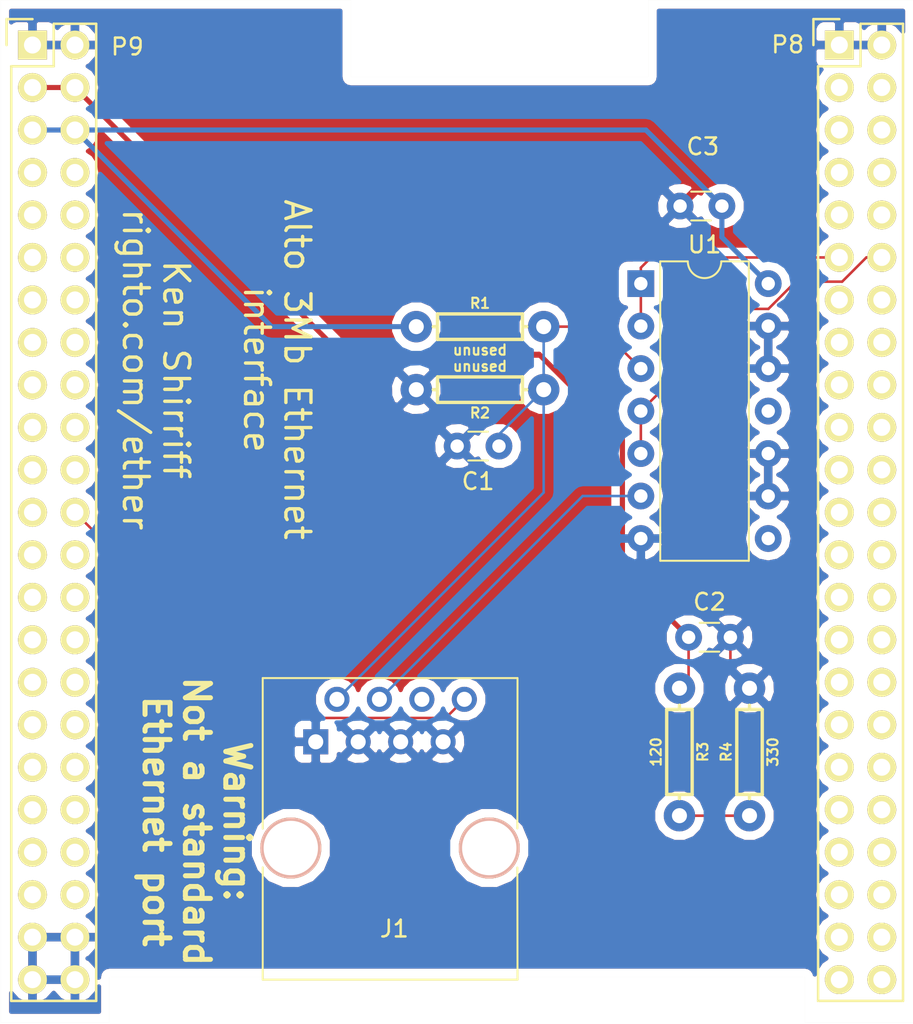
<source format=kicad_pcb>
(kicad_pcb (version 4) (host pcbnew 4.0.2-stable)

  (general
    (links 39)
    (no_connects 0)
    (area 106.380794 56.205 174.619407 120.904001)
    (thickness 1.6)
    (drawings 14)
    (tracks 53)
    (zones 0)
    (modules 11)
    (nets 90)
  )

  (page USLetter)
  (layers
    (0 F.Cu signal hide)
    (31 B.Cu signal)
    (34 B.Paste user hide)
    (35 F.Paste user hide)
    (36 B.SilkS user)
    (37 F.SilkS user)
    (38 B.Mask user)
    (39 F.Mask user)
    (40 Dwgs.User user hide)
    (41 Cmts.User user hide)
    (42 Eco1.User user hide)
    (43 Eco2.User user hide)
    (44 Edge.Cuts user hide)
    (45 Margin user hide)
  )

  (setup
    (last_trace_width 0.3048)
    (user_trace_width 0.3048)
    (trace_clearance 0.1524)
    (zone_clearance 0.508)
    (zone_45_only yes)
    (trace_min 0.1524)
    (segment_width 0.2)
    (edge_width 0.00254)
    (via_size 0.6858)
    (via_drill 0.3302)
    (via_min_size 0.6858)
    (via_min_drill 0.3302)
    (uvia_size 0.6858)
    (uvia_drill 0.3302)
    (uvias_allowed no)
    (uvia_min_size 0)
    (uvia_min_drill 0)
    (pcb_text_width 0.3)
    (pcb_text_size 1.5 1.5)
    (mod_edge_width 0.15)
    (mod_text_size 1 1)
    (mod_text_width 0.15)
    (pad_size 1.7272 1.7272)
    (pad_drill 1.016)
    (pad_to_mask_clearance 0)
    (aux_axis_origin 0 0)
    (visible_elements 7FFFFFFF)
    (pcbplotparams
      (layerselection 0x010f0_80000001)
      (usegerberextensions false)
      (excludeedgelayer true)
      (linewidth 0.100000)
      (plotframeref false)
      (viasonmask false)
      (mode 1)
      (useauxorigin false)
      (hpglpennumber 1)
      (hpglpenspeed 20)
      (hpglpendiameter 15)
      (hpglpenoverlay 2)
      (psnegative false)
      (psa4output false)
      (plotreference true)
      (plotvalue true)
      (plotinvisibletext false)
      (padsonsilk false)
      (subtractmaskfromsilk false)
      (outputformat 1)
      (mirror false)
      (drillshape 0)
      (scaleselection 1)
      (outputdirectory ""))
  )

  (net 0 "")
  (net 1 "Net-(P8-Pad3)")
  (net 2 "Net-(P8-Pad4)")
  (net 3 "Net-(P8-Pad5)")
  (net 4 "Net-(P8-Pad6)")
  (net 5 "Net-(P8-Pad7)")
  (net 6 "Net-(P8-Pad8)")
  (net 7 "Net-(P8-Pad9)")
  (net 8 "Net-(P8-Pad10)")
  (net 9 "Net-(P8-Pad13)")
  (net 10 "Net-(P8-Pad14)")
  (net 11 "Net-(P8-Pad15)")
  (net 12 "Net-(P8-Pad16)")
  (net 13 "Net-(P8-Pad17)")
  (net 14 "Net-(P8-Pad18)")
  (net 15 "Net-(P8-Pad19)")
  (net 16 "Net-(P8-Pad20)")
  (net 17 "Net-(P8-Pad21)")
  (net 18 "Net-(P8-Pad22)")
  (net 19 "Net-(P8-Pad23)")
  (net 20 "Net-(P8-Pad24)")
  (net 21 "Net-(P8-Pad25)")
  (net 22 "Net-(P8-Pad26)")
  (net 23 "Net-(P8-Pad27)")
  (net 24 "Net-(P8-Pad28)")
  (net 25 "Net-(P8-Pad29)")
  (net 26 "Net-(P8-Pad30)")
  (net 27 "Net-(P8-Pad31)")
  (net 28 "Net-(P8-Pad32)")
  (net 29 "Net-(P8-Pad33)")
  (net 30 "Net-(P8-Pad34)")
  (net 31 "Net-(P8-Pad35)")
  (net 32 "Net-(P8-Pad36)")
  (net 33 "Net-(P8-Pad37)")
  (net 34 "Net-(P8-Pad38)")
  (net 35 "Net-(P8-Pad39)")
  (net 36 "Net-(P8-Pad40)")
  (net 37 "Net-(P8-Pad41)")
  (net 38 "Net-(P8-Pad42)")
  (net 39 "Net-(P8-Pad43)")
  (net 40 "Net-(P8-Pad44)")
  (net 41 "Net-(P8-Pad45)")
  (net 42 "Net-(P8-Pad46)")
  (net 43 "Net-(P9-Pad11)")
  (net 44 "Net-(P9-Pad12)")
  (net 45 "Net-(P9-Pad13)")
  (net 46 "Net-(P9-Pad14)")
  (net 47 "Net-(P9-Pad15)")
  (net 48 "Net-(P9-Pad16)")
  (net 49 "Net-(P9-Pad17)")
  (net 50 "Net-(P9-Pad18)")
  (net 51 "Net-(P9-Pad19)")
  (net 52 "Net-(P9-Pad20)")
  (net 53 "Net-(P9-Pad21)")
  (net 54 "Net-(P9-Pad22)")
  (net 55 "Net-(P9-Pad23)")
  (net 56 "Net-(P9-Pad25)")
  (net 57 "Net-(P9-Pad26)")
  (net 58 "Net-(P9-Pad27)")
  (net 59 "Net-(P9-Pad28)")
  (net 60 "Net-(P9-Pad29)")
  (net 61 "Net-(P9-Pad30)")
  (net 62 "Net-(P9-Pad31)")
  (net 63 "Net-(P9-Pad33)")
  (net 64 "Net-(P9-Pad35)")
  (net 65 "Net-(P9-Pad36)")
  (net 66 "Net-(P9-Pad37)")
  (net 67 "Net-(P9-Pad38)")
  (net 68 "Net-(P9-Pad39)")
  (net 69 "Net-(P9-Pad40)")
  (net 70 "Net-(P9-Pad41)")
  (net 71 "Net-(P9-Pad42)")
  (net 72 +3V3)
  (net 73 +5V)
  (net 74 /TO_ALTO)
  (net 75 GND)
  (net 76 /COLLISION)
  (net 77 "Net-(J1-Pad6)")
  (net 78 /FROM_ALTO)
  (net 79 /P8_11)
  (net 80 /P8_12)
  (net 81 "Net-(P9-Pad7)")
  (net 82 "Net-(P9-Pad8)")
  (net 83 "Net-(P9-Pad9)")
  (net 84 "Net-(P9-Pad10)")
  (net 85 "Net-(P9-Pad32)")
  (net 86 "Net-(P9-Pad34)")
  (net 87 "Net-(R3-PadP$2)")
  (net 88 "Net-(U1-Pad8)")
  (net 89 "Net-(U1-Pad11)")

  (net_class Default "To jest domyślna klasa połączeń."
    (clearance 0.1524)
    (trace_width 0.1524)
    (via_dia 0.6858)
    (via_drill 0.3302)
    (uvia_dia 0.6858)
    (uvia_drill 0.3302)
    (add_net +3V3)
    (add_net +5V)
    (add_net /COLLISION)
    (add_net /FROM_ALTO)
    (add_net /P8_11)
    (add_net /P8_12)
    (add_net /TO_ALTO)
    (add_net GND)
    (add_net "Net-(J1-Pad6)")
    (add_net "Net-(P8-Pad10)")
    (add_net "Net-(P8-Pad13)")
    (add_net "Net-(P8-Pad14)")
    (add_net "Net-(P8-Pad15)")
    (add_net "Net-(P8-Pad16)")
    (add_net "Net-(P8-Pad17)")
    (add_net "Net-(P8-Pad18)")
    (add_net "Net-(P8-Pad19)")
    (add_net "Net-(P8-Pad20)")
    (add_net "Net-(P8-Pad21)")
    (add_net "Net-(P8-Pad22)")
    (add_net "Net-(P8-Pad23)")
    (add_net "Net-(P8-Pad24)")
    (add_net "Net-(P8-Pad25)")
    (add_net "Net-(P8-Pad26)")
    (add_net "Net-(P8-Pad27)")
    (add_net "Net-(P8-Pad28)")
    (add_net "Net-(P8-Pad29)")
    (add_net "Net-(P8-Pad3)")
    (add_net "Net-(P8-Pad30)")
    (add_net "Net-(P8-Pad31)")
    (add_net "Net-(P8-Pad32)")
    (add_net "Net-(P8-Pad33)")
    (add_net "Net-(P8-Pad34)")
    (add_net "Net-(P8-Pad35)")
    (add_net "Net-(P8-Pad36)")
    (add_net "Net-(P8-Pad37)")
    (add_net "Net-(P8-Pad38)")
    (add_net "Net-(P8-Pad39)")
    (add_net "Net-(P8-Pad4)")
    (add_net "Net-(P8-Pad40)")
    (add_net "Net-(P8-Pad41)")
    (add_net "Net-(P8-Pad42)")
    (add_net "Net-(P8-Pad43)")
    (add_net "Net-(P8-Pad44)")
    (add_net "Net-(P8-Pad45)")
    (add_net "Net-(P8-Pad46)")
    (add_net "Net-(P8-Pad5)")
    (add_net "Net-(P8-Pad6)")
    (add_net "Net-(P8-Pad7)")
    (add_net "Net-(P8-Pad8)")
    (add_net "Net-(P8-Pad9)")
    (add_net "Net-(P9-Pad10)")
    (add_net "Net-(P9-Pad11)")
    (add_net "Net-(P9-Pad12)")
    (add_net "Net-(P9-Pad13)")
    (add_net "Net-(P9-Pad14)")
    (add_net "Net-(P9-Pad15)")
    (add_net "Net-(P9-Pad16)")
    (add_net "Net-(P9-Pad17)")
    (add_net "Net-(P9-Pad18)")
    (add_net "Net-(P9-Pad19)")
    (add_net "Net-(P9-Pad20)")
    (add_net "Net-(P9-Pad21)")
    (add_net "Net-(P9-Pad22)")
    (add_net "Net-(P9-Pad23)")
    (add_net "Net-(P9-Pad25)")
    (add_net "Net-(P9-Pad26)")
    (add_net "Net-(P9-Pad27)")
    (add_net "Net-(P9-Pad28)")
    (add_net "Net-(P9-Pad29)")
    (add_net "Net-(P9-Pad30)")
    (add_net "Net-(P9-Pad31)")
    (add_net "Net-(P9-Pad32)")
    (add_net "Net-(P9-Pad33)")
    (add_net "Net-(P9-Pad34)")
    (add_net "Net-(P9-Pad35)")
    (add_net "Net-(P9-Pad36)")
    (add_net "Net-(P9-Pad37)")
    (add_net "Net-(P9-Pad38)")
    (add_net "Net-(P9-Pad39)")
    (add_net "Net-(P9-Pad40)")
    (add_net "Net-(P9-Pad41)")
    (add_net "Net-(P9-Pad42)")
    (add_net "Net-(P9-Pad7)")
    (add_net "Net-(P9-Pad8)")
    (add_net "Net-(P9-Pad9)")
    (add_net "Net-(R3-PadP$2)")
    (add_net "Net-(U1-Pad11)")
    (add_net "Net-(U1-Pad8)")
  )

  (net_class Power ""
    (clearance 0.1524)
    (trace_width 0.3048)
    (via_dia 0.6858)
    (via_drill 0.3302)
    (uvia_dia 0.6858)
    (uvia_drill 0.3302)
  )

  (module Socket_BeagleBone_Black:Socket_BeagleBone_Black (layer F.Cu) (tedit 5A39FE3B) (tstamp 55DF7748)
    (at 116.3701 62.3824)
    (descr "Through hole pin header")
    (tags "pin header")
    (path /55DF7DBA)
    (fp_text reference P9 (at 5.6769 0.1016) (layer F.SilkS)
      (effects (font (size 1 1) (thickness 0.15)))
    )
    (fp_text value BeagleBone_Black_Header (at 0 -3.1) (layer F.Fab)
      (effects (font (size 1 1) (thickness 0.15)))
    )
    (fp_line (start -1.75 -1.75) (end -1.75 57.65) (layer F.CrtYd) (width 0.05))
    (fp_line (start 4.3 -1.75) (end 4.3 57.65) (layer F.CrtYd) (width 0.05))
    (fp_line (start -1.75 -1.75) (end 4.3 -1.75) (layer F.CrtYd) (width 0.05))
    (fp_line (start -1.75 57.65) (end 4.3 57.65) (layer F.CrtYd) (width 0.05))
    (fp_line (start 3.81 57.15) (end 3.81 -1.27) (layer F.SilkS) (width 0.15))
    (fp_line (start -1.27 57.15) (end -1.27 1.27) (layer F.SilkS) (width 0.15))
    (fp_line (start 3.81 57.15) (end -1.27 57.15) (layer F.SilkS) (width 0.15))
    (fp_line (start 3.81 -1.27) (end 1.27 -1.27) (layer F.SilkS) (width 0.15))
    (fp_line (start 0 -1.55) (end -1.55 -1.55) (layer F.SilkS) (width 0.15))
    (fp_line (start 1.27 -1.27) (end 1.27 1.27) (layer F.SilkS) (width 0.15))
    (fp_line (start 1.27 1.27) (end -1.27 1.27) (layer F.SilkS) (width 0.15))
    (fp_line (start -1.55 -1.55) (end -1.55 0) (layer F.SilkS) (width 0.15))
    (pad 1 thru_hole rect (at 0 0) (size 1.7272 1.7272) (drill 1.016) (layers *.Cu *.Mask F.SilkS)
      (net 75 GND))
    (pad 2 thru_hole oval (at 2.54 0) (size 1.7272 1.7272) (drill 1.016) (layers *.Cu *.Mask F.SilkS)
      (net 75 GND))
    (pad 3 thru_hole oval (at 0 2.54) (size 1.7272 1.7272) (drill 1.016) (layers *.Cu *.Mask F.SilkS)
      (net 72 +3V3))
    (pad 4 thru_hole oval (at 2.54 2.54) (size 1.7272 1.7272) (drill 1.016) (layers *.Cu *.Mask F.SilkS)
      (net 72 +3V3))
    (pad 5 thru_hole oval (at 0 5.08) (size 1.7272 1.7272) (drill 1.016) (layers *.Cu *.Mask F.SilkS)
      (net 73 +5V))
    (pad 6 thru_hole oval (at 2.54 5.08) (size 1.7272 1.7272) (drill 1.016) (layers *.Cu *.Mask F.SilkS)
      (net 73 +5V))
    (pad 7 thru_hole oval (at 0 7.62) (size 1.7272 1.7272) (drill 1.016) (layers *.Cu *.Mask F.SilkS)
      (net 81 "Net-(P9-Pad7)"))
    (pad 8 thru_hole oval (at 2.54 7.62) (size 1.7272 1.7272) (drill 1.016) (layers *.Cu *.Mask F.SilkS)
      (net 82 "Net-(P9-Pad8)"))
    (pad 9 thru_hole oval (at 0 10.16) (size 1.7272 1.7272) (drill 1.016) (layers *.Cu *.Mask F.SilkS)
      (net 83 "Net-(P9-Pad9)"))
    (pad 10 thru_hole oval (at 2.54 10.16) (size 1.7272 1.7272) (drill 1.016) (layers *.Cu *.Mask F.SilkS)
      (net 84 "Net-(P9-Pad10)"))
    (pad 11 thru_hole oval (at 0 12.7) (size 1.7272 1.7272) (drill 1.016) (layers *.Cu *.Mask F.SilkS)
      (net 43 "Net-(P9-Pad11)"))
    (pad 12 thru_hole oval (at 2.54 12.7) (size 1.7272 1.7272) (drill 1.016) (layers *.Cu *.Mask F.SilkS)
      (net 44 "Net-(P9-Pad12)"))
    (pad 13 thru_hole oval (at 0 15.24) (size 1.7272 1.7272) (drill 1.016) (layers *.Cu *.Mask F.SilkS)
      (net 45 "Net-(P9-Pad13)"))
    (pad 14 thru_hole oval (at 2.54 15.24) (size 1.7272 1.7272) (drill 1.016) (layers *.Cu *.Mask F.SilkS)
      (net 46 "Net-(P9-Pad14)"))
    (pad 15 thru_hole oval (at 0 17.78) (size 1.7272 1.7272) (drill 1.016) (layers *.Cu *.Mask F.SilkS)
      (net 47 "Net-(P9-Pad15)"))
    (pad 16 thru_hole oval (at 2.54 17.78) (size 1.7272 1.7272) (drill 1.016) (layers *.Cu *.Mask F.SilkS)
      (net 48 "Net-(P9-Pad16)"))
    (pad 17 thru_hole oval (at 0 20.32) (size 1.7272 1.7272) (drill 1.016) (layers *.Cu *.Mask F.SilkS)
      (net 49 "Net-(P9-Pad17)"))
    (pad 18 thru_hole oval (at 2.54 20.32) (size 1.7272 1.7272) (drill 1.016) (layers *.Cu *.Mask F.SilkS)
      (net 50 "Net-(P9-Pad18)"))
    (pad 19 thru_hole oval (at 0 22.86) (size 1.7272 1.7272) (drill 1.016) (layers *.Cu *.Mask F.SilkS)
      (net 51 "Net-(P9-Pad19)"))
    (pad 20 thru_hole oval (at 2.54 22.86) (size 1.7272 1.7272) (drill 1.016) (layers *.Cu *.Mask F.SilkS)
      (net 52 "Net-(P9-Pad20)"))
    (pad 21 thru_hole oval (at 0 25.4) (size 1.7272 1.7272) (drill 1.016) (layers *.Cu *.Mask F.SilkS)
      (net 53 "Net-(P9-Pad21)"))
    (pad 22 thru_hole oval (at 2.54 25.4) (size 1.7272 1.7272) (drill 1.016) (layers *.Cu *.Mask F.SilkS)
      (net 54 "Net-(P9-Pad22)"))
    (pad 23 thru_hole oval (at 0 27.94) (size 1.7272 1.7272) (drill 1.016) (layers *.Cu *.Mask F.SilkS)
      (net 55 "Net-(P9-Pad23)"))
    (pad 24 thru_hole oval (at 2.54 27.94) (size 1.7272 1.7272) (drill 1.016) (layers *.Cu *.Mask F.SilkS)
      (net 78 /FROM_ALTO))
    (pad 25 thru_hole oval (at 0 30.48) (size 1.7272 1.7272) (drill 1.016) (layers *.Cu *.Mask F.SilkS)
      (net 56 "Net-(P9-Pad25)"))
    (pad 26 thru_hole oval (at 2.54 30.48) (size 1.7272 1.7272) (drill 1.016) (layers *.Cu *.Mask F.SilkS)
      (net 57 "Net-(P9-Pad26)"))
    (pad 27 thru_hole oval (at 0 33.02) (size 1.7272 1.7272) (drill 1.016) (layers *.Cu *.Mask F.SilkS)
      (net 58 "Net-(P9-Pad27)"))
    (pad 28 thru_hole oval (at 2.54 33.02) (size 1.7272 1.7272) (drill 1.016) (layers *.Cu *.Mask F.SilkS)
      (net 59 "Net-(P9-Pad28)"))
    (pad 29 thru_hole oval (at 0 35.56) (size 1.7272 1.7272) (drill 1.016) (layers *.Cu *.Mask F.SilkS)
      (net 60 "Net-(P9-Pad29)"))
    (pad 30 thru_hole oval (at 2.54 35.56) (size 1.7272 1.7272) (drill 1.016) (layers *.Cu *.Mask F.SilkS)
      (net 61 "Net-(P9-Pad30)"))
    (pad 31 thru_hole oval (at 0 38.1) (size 1.7272 1.7272) (drill 1.016) (layers *.Cu *.Mask F.SilkS)
      (net 62 "Net-(P9-Pad31)"))
    (pad 32 thru_hole oval (at 2.54 38.1) (size 1.7272 1.7272) (drill 1.016) (layers *.Cu *.Mask F.SilkS)
      (net 85 "Net-(P9-Pad32)"))
    (pad 33 thru_hole oval (at 0 40.64) (size 1.7272 1.7272) (drill 1.016) (layers *.Cu *.Mask F.SilkS)
      (net 63 "Net-(P9-Pad33)"))
    (pad 34 thru_hole oval (at 2.54 40.64) (size 1.7272 1.7272) (drill 1.016) (layers *.Cu *.Mask F.SilkS)
      (net 86 "Net-(P9-Pad34)"))
    (pad 35 thru_hole oval (at 0 43.18) (size 1.7272 1.7272) (drill 1.016) (layers *.Cu *.Mask F.SilkS)
      (net 64 "Net-(P9-Pad35)"))
    (pad 36 thru_hole oval (at 2.54 43.18) (size 1.7272 1.7272) (drill 1.016) (layers *.Cu *.Mask F.SilkS)
      (net 65 "Net-(P9-Pad36)"))
    (pad 37 thru_hole oval (at 0 45.72) (size 1.7272 1.7272) (drill 1.016) (layers *.Cu *.Mask F.SilkS)
      (net 66 "Net-(P9-Pad37)"))
    (pad 38 thru_hole oval (at 2.54 45.72) (size 1.7272 1.7272) (drill 1.016) (layers *.Cu *.Mask F.SilkS)
      (net 67 "Net-(P9-Pad38)"))
    (pad 39 thru_hole oval (at 0 48.26) (size 1.7272 1.7272) (drill 1.016) (layers *.Cu *.Mask F.SilkS)
      (net 68 "Net-(P9-Pad39)"))
    (pad 40 thru_hole oval (at 2.54 48.26) (size 1.7272 1.7272) (drill 1.016) (layers *.Cu *.Mask F.SilkS)
      (net 69 "Net-(P9-Pad40)"))
    (pad 41 thru_hole oval (at 0 50.8) (size 1.7272 1.7272) (drill 1.016) (layers *.Cu *.Mask F.SilkS)
      (net 70 "Net-(P9-Pad41)"))
    (pad 42 thru_hole oval (at 2.54 50.8) (size 1.7272 1.7272) (drill 1.016) (layers *.Cu *.Mask F.SilkS)
      (net 71 "Net-(P9-Pad42)"))
    (pad 43 thru_hole oval (at 0 53.34) (size 1.7272 1.7272) (drill 1.016) (layers *.Cu *.Mask F.SilkS)
      (net 75 GND))
    (pad 44 thru_hole oval (at 2.54 53.34) (size 1.7272 1.7272) (drill 1.016) (layers *.Cu *.Mask F.SilkS)
      (net 75 GND))
    (pad 45 thru_hole oval (at 0 55.88) (size 1.7272 1.7272) (drill 1.016) (layers *.Cu *.Mask F.SilkS)
      (net 75 GND))
    (pad 46 thru_hole oval (at 2.54 55.88) (size 1.7272 1.7272) (drill 1.016) (layers *.Cu *.Mask F.SilkS)
      (net 75 GND))
    (model ${KIPRJMOD}/Socket_BeagleBone_Black.3dshapes/Socket_BeagleBone_Black.wrl
      (at (xyz 0.05 -1.1 0))
      (scale (xyz 1 1 1))
      (rotate (xyz 0 0 90))
    )
  )

  (module Socket_BeagleBone_Black:Socket_BeagleBone_Black (layer F.Cu) (tedit 5A39FE30) (tstamp 55DF7717)
    (at 164.6301 62.3824)
    (descr "Through hole pin header")
    (tags "pin header")
    (path /55DF7DE1)
    (fp_text reference P8 (at -3.0861 -0.0254) (layer F.SilkS)
      (effects (font (size 1 1) (thickness 0.15)))
    )
    (fp_text value BeagleBone_Black_Header (at 0 -3.1) (layer F.Fab)
      (effects (font (size 1 1) (thickness 0.15)))
    )
    (fp_line (start -1.75 -1.75) (end -1.75 57.65) (layer F.CrtYd) (width 0.05))
    (fp_line (start 4.3 -1.75) (end 4.3 57.65) (layer F.CrtYd) (width 0.05))
    (fp_line (start -1.75 -1.75) (end 4.3 -1.75) (layer F.CrtYd) (width 0.05))
    (fp_line (start -1.75 57.65) (end 4.3 57.65) (layer F.CrtYd) (width 0.05))
    (fp_line (start 3.81 57.15) (end 3.81 -1.27) (layer F.SilkS) (width 0.15))
    (fp_line (start -1.27 57.15) (end -1.27 1.27) (layer F.SilkS) (width 0.15))
    (fp_line (start 3.81 57.15) (end -1.27 57.15) (layer F.SilkS) (width 0.15))
    (fp_line (start 3.81 -1.27) (end 1.27 -1.27) (layer F.SilkS) (width 0.15))
    (fp_line (start 0 -1.55) (end -1.55 -1.55) (layer F.SilkS) (width 0.15))
    (fp_line (start 1.27 -1.27) (end 1.27 1.27) (layer F.SilkS) (width 0.15))
    (fp_line (start 1.27 1.27) (end -1.27 1.27) (layer F.SilkS) (width 0.15))
    (fp_line (start -1.55 -1.55) (end -1.55 0) (layer F.SilkS) (width 0.15))
    (pad 1 thru_hole rect (at 0 0) (size 1.7272 1.7272) (drill 1.016) (layers *.Cu *.Mask F.SilkS)
      (net 75 GND))
    (pad 2 thru_hole oval (at 2.54 0) (size 1.7272 1.7272) (drill 1.016) (layers *.Cu *.Mask F.SilkS)
      (net 75 GND))
    (pad 3 thru_hole oval (at 0 2.54) (size 1.7272 1.7272) (drill 1.016) (layers *.Cu *.Mask F.SilkS)
      (net 1 "Net-(P8-Pad3)"))
    (pad 4 thru_hole oval (at 2.54 2.54) (size 1.7272 1.7272) (drill 1.016) (layers *.Cu *.Mask F.SilkS)
      (net 2 "Net-(P8-Pad4)"))
    (pad 5 thru_hole oval (at 0 5.08) (size 1.7272 1.7272) (drill 1.016) (layers *.Cu *.Mask F.SilkS)
      (net 3 "Net-(P8-Pad5)"))
    (pad 6 thru_hole oval (at 2.54 5.08) (size 1.7272 1.7272) (drill 1.016) (layers *.Cu *.Mask F.SilkS)
      (net 4 "Net-(P8-Pad6)"))
    (pad 7 thru_hole oval (at 0 7.62) (size 1.7272 1.7272) (drill 1.016) (layers *.Cu *.Mask F.SilkS)
      (net 5 "Net-(P8-Pad7)"))
    (pad 8 thru_hole oval (at 2.54 7.62) (size 1.7272 1.7272) (drill 1.016) (layers *.Cu *.Mask F.SilkS)
      (net 6 "Net-(P8-Pad8)"))
    (pad 9 thru_hole oval (at 0 10.16) (size 1.7272 1.7272) (drill 1.016) (layers *.Cu *.Mask F.SilkS)
      (net 7 "Net-(P8-Pad9)"))
    (pad 10 thru_hole oval (at 2.54 10.16) (size 1.7272 1.7272) (drill 1.016) (layers *.Cu *.Mask F.SilkS)
      (net 8 "Net-(P8-Pad10)"))
    (pad 11 thru_hole oval (at 0 12.7) (size 1.7272 1.7272) (drill 1.016) (layers *.Cu *.Mask F.SilkS)
      (net 79 /P8_11))
    (pad 12 thru_hole oval (at 2.54 12.7) (size 1.7272 1.7272) (drill 1.016) (layers *.Cu *.Mask F.SilkS)
      (net 80 /P8_12))
    (pad 13 thru_hole oval (at 0 15.24) (size 1.7272 1.7272) (drill 1.016) (layers *.Cu *.Mask F.SilkS)
      (net 9 "Net-(P8-Pad13)"))
    (pad 14 thru_hole oval (at 2.54 15.24) (size 1.7272 1.7272) (drill 1.016) (layers *.Cu *.Mask F.SilkS)
      (net 10 "Net-(P8-Pad14)"))
    (pad 15 thru_hole oval (at 0 17.78) (size 1.7272 1.7272) (drill 1.016) (layers *.Cu *.Mask F.SilkS)
      (net 11 "Net-(P8-Pad15)"))
    (pad 16 thru_hole oval (at 2.54 17.78) (size 1.7272 1.7272) (drill 1.016) (layers *.Cu *.Mask F.SilkS)
      (net 12 "Net-(P8-Pad16)"))
    (pad 17 thru_hole oval (at 0 20.32) (size 1.7272 1.7272) (drill 1.016) (layers *.Cu *.Mask F.SilkS)
      (net 13 "Net-(P8-Pad17)"))
    (pad 18 thru_hole oval (at 2.54 20.32) (size 1.7272 1.7272) (drill 1.016) (layers *.Cu *.Mask F.SilkS)
      (net 14 "Net-(P8-Pad18)"))
    (pad 19 thru_hole oval (at 0 22.86) (size 1.7272 1.7272) (drill 1.016) (layers *.Cu *.Mask F.SilkS)
      (net 15 "Net-(P8-Pad19)"))
    (pad 20 thru_hole oval (at 2.54 22.86) (size 1.7272 1.7272) (drill 1.016) (layers *.Cu *.Mask F.SilkS)
      (net 16 "Net-(P8-Pad20)"))
    (pad 21 thru_hole oval (at 0 25.4) (size 1.7272 1.7272) (drill 1.016) (layers *.Cu *.Mask F.SilkS)
      (net 17 "Net-(P8-Pad21)"))
    (pad 22 thru_hole oval (at 2.54 25.4) (size 1.7272 1.7272) (drill 1.016) (layers *.Cu *.Mask F.SilkS)
      (net 18 "Net-(P8-Pad22)"))
    (pad 23 thru_hole oval (at 0 27.94) (size 1.7272 1.7272) (drill 1.016) (layers *.Cu *.Mask F.SilkS)
      (net 19 "Net-(P8-Pad23)"))
    (pad 24 thru_hole oval (at 2.54 27.94) (size 1.7272 1.7272) (drill 1.016) (layers *.Cu *.Mask F.SilkS)
      (net 20 "Net-(P8-Pad24)"))
    (pad 25 thru_hole oval (at 0 30.48) (size 1.7272 1.7272) (drill 1.016) (layers *.Cu *.Mask F.SilkS)
      (net 21 "Net-(P8-Pad25)"))
    (pad 26 thru_hole oval (at 2.54 30.48) (size 1.7272 1.7272) (drill 1.016) (layers *.Cu *.Mask F.SilkS)
      (net 22 "Net-(P8-Pad26)"))
    (pad 27 thru_hole oval (at 0 33.02) (size 1.7272 1.7272) (drill 1.016) (layers *.Cu *.Mask F.SilkS)
      (net 23 "Net-(P8-Pad27)"))
    (pad 28 thru_hole oval (at 2.54 33.02) (size 1.7272 1.7272) (drill 1.016) (layers *.Cu *.Mask F.SilkS)
      (net 24 "Net-(P8-Pad28)"))
    (pad 29 thru_hole oval (at 0 35.56) (size 1.7272 1.7272) (drill 1.016) (layers *.Cu *.Mask F.SilkS)
      (net 25 "Net-(P8-Pad29)"))
    (pad 30 thru_hole oval (at 2.54 35.56) (size 1.7272 1.7272) (drill 1.016) (layers *.Cu *.Mask F.SilkS)
      (net 26 "Net-(P8-Pad30)"))
    (pad 31 thru_hole oval (at 0 38.1) (size 1.7272 1.7272) (drill 1.016) (layers *.Cu *.Mask F.SilkS)
      (net 27 "Net-(P8-Pad31)"))
    (pad 32 thru_hole oval (at 2.54 38.1) (size 1.7272 1.7272) (drill 1.016) (layers *.Cu *.Mask F.SilkS)
      (net 28 "Net-(P8-Pad32)"))
    (pad 33 thru_hole oval (at 0 40.64) (size 1.7272 1.7272) (drill 1.016) (layers *.Cu *.Mask F.SilkS)
      (net 29 "Net-(P8-Pad33)"))
    (pad 34 thru_hole oval (at 2.54 40.64) (size 1.7272 1.7272) (drill 1.016) (layers *.Cu *.Mask F.SilkS)
      (net 30 "Net-(P8-Pad34)"))
    (pad 35 thru_hole oval (at 0 43.18) (size 1.7272 1.7272) (drill 1.016) (layers *.Cu *.Mask F.SilkS)
      (net 31 "Net-(P8-Pad35)"))
    (pad 36 thru_hole oval (at 2.54 43.18) (size 1.7272 1.7272) (drill 1.016) (layers *.Cu *.Mask F.SilkS)
      (net 32 "Net-(P8-Pad36)"))
    (pad 37 thru_hole oval (at 0 45.72) (size 1.7272 1.7272) (drill 1.016) (layers *.Cu *.Mask F.SilkS)
      (net 33 "Net-(P8-Pad37)"))
    (pad 38 thru_hole oval (at 2.54 45.72) (size 1.7272 1.7272) (drill 1.016) (layers *.Cu *.Mask F.SilkS)
      (net 34 "Net-(P8-Pad38)"))
    (pad 39 thru_hole oval (at 0 48.26) (size 1.7272 1.7272) (drill 1.016) (layers *.Cu *.Mask F.SilkS)
      (net 35 "Net-(P8-Pad39)"))
    (pad 40 thru_hole oval (at 2.54 48.26) (size 1.7272 1.7272) (drill 1.016) (layers *.Cu *.Mask F.SilkS)
      (net 36 "Net-(P8-Pad40)"))
    (pad 41 thru_hole oval (at 0 50.8) (size 1.7272 1.7272) (drill 1.016) (layers *.Cu *.Mask F.SilkS)
      (net 37 "Net-(P8-Pad41)"))
    (pad 42 thru_hole oval (at 2.54 50.8) (size 1.7272 1.7272) (drill 1.016) (layers *.Cu *.Mask F.SilkS)
      (net 38 "Net-(P8-Pad42)"))
    (pad 43 thru_hole oval (at 0 53.34) (size 1.7272 1.7272) (drill 1.016) (layers *.Cu *.Mask F.SilkS)
      (net 39 "Net-(P8-Pad43)"))
    (pad 44 thru_hole oval (at 2.54 53.34) (size 1.7272 1.7272) (drill 1.016) (layers *.Cu *.Mask F.SilkS)
      (net 40 "Net-(P8-Pad44)"))
    (pad 45 thru_hole oval (at 0 55.88) (size 1.7272 1.7272) (drill 1.016) (layers *.Cu *.Mask F.SilkS)
      (net 41 "Net-(P8-Pad45)"))
    (pad 46 thru_hole oval (at 2.54 55.88) (size 1.7272 1.7272) (drill 1.016) (layers *.Cu *.Mask F.SilkS)
      (net 42 "Net-(P8-Pad46)"))
    (model ${KIPRJMOD}/Socket_BeagleBone_Black.3dshapes/Socket_BeagleBone_Black.wrl
      (at (xyz 0.05 -1.1 0))
      (scale (xyz 1 1 1))
      (rotate (xyz 0 0 90))
    )
  )

  (module Connect:RJ45_8 (layer F.Cu) (tedit 0) (tstamp 5A39C830)
    (at 133.3119 104.04094)
    (tags RJ45)
    (path /5A39B920)
    (fp_text reference J1 (at 4.7 11.18) (layer F.SilkS)
      (effects (font (size 1 1) (thickness 0.15)))
    )
    (fp_text value RJ45 (at 4.59 6.25) (layer F.Fab)
      (effects (font (size 1 1) (thickness 0.15)))
    )
    (fp_line (start -3.17 14.22) (end 12.07 14.22) (layer F.SilkS) (width 0.12))
    (fp_line (start 12.07 -3.81) (end 12.06 5.18) (layer F.SilkS) (width 0.12))
    (fp_line (start 12.07 -3.81) (end -3.17 -3.81) (layer F.SilkS) (width 0.12))
    (fp_line (start -3.17 -3.81) (end -3.17 5.19) (layer F.SilkS) (width 0.12))
    (fp_line (start 12.06 7.52) (end 12.07 14.22) (layer F.SilkS) (width 0.12))
    (fp_line (start -3.17 7.51) (end -3.17 14.22) (layer F.SilkS) (width 0.12))
    (fp_line (start -3.56 -4.06) (end 12.46 -4.06) (layer F.CrtYd) (width 0.05))
    (fp_line (start -3.56 -4.06) (end -3.56 14.47) (layer F.CrtYd) (width 0.05))
    (fp_line (start 12.46 14.47) (end 12.46 -4.06) (layer F.CrtYd) (width 0.05))
    (fp_line (start 12.46 14.47) (end -3.56 14.47) (layer F.CrtYd) (width 0.05))
    (pad Hole np_thru_hole circle (at 10.38 6.35) (size 3.65 3.65) (drill 3.25) (layers *.Cu *.SilkS *.Mask))
    (pad Hole np_thru_hole circle (at -1.49 6.35) (size 3.65 3.65) (drill 3.25) (layers *.Cu *.SilkS *.Mask))
    (pad 1 thru_hole rect (at 0 0) (size 1.5 1.5) (drill 0.9) (layers *.Cu *.Mask)
      (net 75 GND))
    (pad 2 thru_hole circle (at 1.27 -2.54) (size 1.5 1.5) (drill 0.9) (layers *.Cu *.Mask)
      (net 74 /TO_ALTO))
    (pad 3 thru_hole circle (at 2.54 0) (size 1.5 1.5) (drill 0.9) (layers *.Cu *.Mask)
      (net 75 GND))
    (pad 4 thru_hole circle (at 3.81 -2.54) (size 1.5 1.5) (drill 0.9) (layers *.Cu *.Mask)
      (net 76 /COLLISION))
    (pad 5 thru_hole circle (at 5.08 0) (size 1.5 1.5) (drill 0.9) (layers *.Cu *.Mask)
      (net 75 GND))
    (pad 6 thru_hole circle (at 6.35 -2.54) (size 1.5 1.5) (drill 0.9) (layers *.Cu *.Mask)
      (net 77 "Net-(J1-Pad6)"))
    (pad 7 thru_hole circle (at 7.62 0) (size 1.5 1.5) (drill 0.9) (layers *.Cu *.Mask)
      (net 75 GND))
    (pad 8 thru_hole circle (at 8.89 -2.54) (size 1.5 1.5) (drill 0.9) (layers *.Cu *.Mask)
      (net 78 /FROM_ALTO))
    (model ${KISYS3DMOD}/Connectors.3dshapes/RJ45_8.wrl
      (at (xyz 0.18 -0.25 0))
      (scale (xyz 0.4 0.4 0.4))
      (rotate (xyz 0 0 0))
    )
  )

  (module SparkFun:AXIAL-0.3 (layer F.Cu) (tedit 200000) (tstamp 5A39C836)
    (at 143.13662 79.22006)
    (descr AXIAL-0.3)
    (tags AXIAL-0.3)
    (path /5A39BDC7)
    (attr virtual)
    (fp_text reference R1 (at 0 -1.397) (layer F.SilkS)
      (effects (font (size 0.6096 0.6096) (thickness 0.127)))
    )
    (fp_text value unused (at 0 1.397) (layer F.SilkS)
      (effects (font (size 0.6096 0.6096) (thickness 0.127)))
    )
    (fp_line (start -2.54 -0.762) (end 2.54 -0.762) (layer F.SilkS) (width 0.2032))
    (fp_line (start 2.54 -0.762) (end 2.54 0) (layer F.SilkS) (width 0.2032))
    (fp_line (start 2.54 0) (end 2.54 0.762) (layer F.SilkS) (width 0.2032))
    (fp_line (start 2.54 0.762) (end -2.54 0.762) (layer F.SilkS) (width 0.2032))
    (fp_line (start -2.54 0.762) (end -2.54 0) (layer F.SilkS) (width 0.2032))
    (fp_line (start -2.54 0) (end -2.54 -0.762) (layer F.SilkS) (width 0.2032))
    (fp_line (start 2.54 0) (end 2.794 0) (layer F.SilkS) (width 0.2032))
    (fp_line (start -2.54 0) (end -2.794 0) (layer F.SilkS) (width 0.2032))
    (pad P$1 thru_hole circle (at -3.81 0) (size 1.8796 1.8796) (drill 0.89916) (layers *.Cu *.Mask)
      (net 73 +5V) (solder_mask_margin 0.1016))
    (pad P$2 thru_hole circle (at 3.81 0) (size 1.8796 1.8796) (drill 0.89916) (layers *.Cu *.Mask)
      (net 74 /TO_ALTO) (solder_mask_margin 0.1016))
  )

  (module SparkFun:AXIAL-0.3 (layer F.Cu) (tedit 200000) (tstamp 5A39C83C)
    (at 143.13662 82.98688 180)
    (descr AXIAL-0.3)
    (tags AXIAL-0.3)
    (path /5A39BE31)
    (attr virtual)
    (fp_text reference R2 (at 0 -1.397 180) (layer F.SilkS)
      (effects (font (size 0.6096 0.6096) (thickness 0.127)))
    )
    (fp_text value unused (at 0 1.397 180) (layer F.SilkS)
      (effects (font (size 0.6096 0.6096) (thickness 0.127)))
    )
    (fp_line (start -2.54 -0.762) (end 2.54 -0.762) (layer F.SilkS) (width 0.2032))
    (fp_line (start 2.54 -0.762) (end 2.54 0) (layer F.SilkS) (width 0.2032))
    (fp_line (start 2.54 0) (end 2.54 0.762) (layer F.SilkS) (width 0.2032))
    (fp_line (start 2.54 0.762) (end -2.54 0.762) (layer F.SilkS) (width 0.2032))
    (fp_line (start -2.54 0.762) (end -2.54 0) (layer F.SilkS) (width 0.2032))
    (fp_line (start -2.54 0) (end -2.54 -0.762) (layer F.SilkS) (width 0.2032))
    (fp_line (start 2.54 0) (end 2.794 0) (layer F.SilkS) (width 0.2032))
    (fp_line (start -2.54 0) (end -2.794 0) (layer F.SilkS) (width 0.2032))
    (pad P$1 thru_hole circle (at -3.81 0 180) (size 1.8796 1.8796) (drill 0.89916) (layers *.Cu *.Mask)
      (net 74 /TO_ALTO) (solder_mask_margin 0.1016))
    (pad P$2 thru_hole circle (at 3.81 0 180) (size 1.8796 1.8796) (drill 0.89916) (layers *.Cu *.Mask)
      (net 75 GND) (solder_mask_margin 0.1016))
  )

  (module SparkFun:AXIAL-0.3 (layer F.Cu) (tedit 200000) (tstamp 5A39C842)
    (at 155.067 104.648 270)
    (descr AXIAL-0.3)
    (tags AXIAL-0.3)
    (path /5A39BFCF)
    (attr virtual)
    (fp_text reference R3 (at 0 -1.397 270) (layer F.SilkS)
      (effects (font (size 0.6096 0.6096) (thickness 0.127)))
    )
    (fp_text value 120 (at 0 1.397 270) (layer F.SilkS)
      (effects (font (size 0.6096 0.6096) (thickness 0.127)))
    )
    (fp_line (start -2.54 -0.762) (end 2.54 -0.762) (layer F.SilkS) (width 0.2032))
    (fp_line (start 2.54 -0.762) (end 2.54 0) (layer F.SilkS) (width 0.2032))
    (fp_line (start 2.54 0) (end 2.54 0.762) (layer F.SilkS) (width 0.2032))
    (fp_line (start 2.54 0.762) (end -2.54 0.762) (layer F.SilkS) (width 0.2032))
    (fp_line (start -2.54 0.762) (end -2.54 0) (layer F.SilkS) (width 0.2032))
    (fp_line (start -2.54 0) (end -2.54 -0.762) (layer F.SilkS) (width 0.2032))
    (fp_line (start 2.54 0) (end 2.794 0) (layer F.SilkS) (width 0.2032))
    (fp_line (start -2.54 0) (end -2.794 0) (layer F.SilkS) (width 0.2032))
    (pad P$1 thru_hole circle (at -3.81 0 270) (size 1.8796 1.8796) (drill 0.89916) (layers *.Cu *.Mask)
      (net 72 +3V3) (solder_mask_margin 0.1016))
    (pad P$2 thru_hole circle (at 3.81 0 270) (size 1.8796 1.8796) (drill 0.89916) (layers *.Cu *.Mask)
      (net 87 "Net-(R3-PadP$2)") (solder_mask_margin 0.1016))
  )

  (module SparkFun:AXIAL-0.3 (layer F.Cu) (tedit 200000) (tstamp 5A39C848)
    (at 159.258 104.648 90)
    (descr AXIAL-0.3)
    (tags AXIAL-0.3)
    (path /5A39C01A)
    (attr virtual)
    (fp_text reference R4 (at 0 -1.397 90) (layer F.SilkS)
      (effects (font (size 0.6096 0.6096) (thickness 0.127)))
    )
    (fp_text value 330 (at 0 1.397 90) (layer F.SilkS)
      (effects (font (size 0.6096 0.6096) (thickness 0.127)))
    )
    (fp_line (start -2.54 -0.762) (end 2.54 -0.762) (layer F.SilkS) (width 0.2032))
    (fp_line (start 2.54 -0.762) (end 2.54 0) (layer F.SilkS) (width 0.2032))
    (fp_line (start 2.54 0) (end 2.54 0.762) (layer F.SilkS) (width 0.2032))
    (fp_line (start 2.54 0.762) (end -2.54 0.762) (layer F.SilkS) (width 0.2032))
    (fp_line (start -2.54 0.762) (end -2.54 0) (layer F.SilkS) (width 0.2032))
    (fp_line (start -2.54 0) (end -2.54 -0.762) (layer F.SilkS) (width 0.2032))
    (fp_line (start 2.54 0) (end 2.794 0) (layer F.SilkS) (width 0.2032))
    (fp_line (start -2.54 0) (end -2.794 0) (layer F.SilkS) (width 0.2032))
    (pad P$1 thru_hole circle (at -3.81 0 90) (size 1.8796 1.8796) (drill 0.89916) (layers *.Cu *.Mask)
      (net 87 "Net-(R3-PadP$2)") (solder_mask_margin 0.1016))
    (pad P$2 thru_hole circle (at 3.81 0 90) (size 1.8796 1.8796) (drill 0.89916) (layers *.Cu *.Mask)
      (net 75 GND) (solder_mask_margin 0.1016))
  )

  (module Housings_DIP:DIP-14_W7.62mm (layer F.Cu) (tedit 59C78D6B) (tstamp 5A39C85A)
    (at 152.75814 76.64704)
    (descr "14-lead though-hole mounted DIP package, row spacing 7.62 mm (300 mils)")
    (tags "THT DIP DIL PDIP 2.54mm 7.62mm 300mil")
    (path /5A39B3A4)
    (fp_text reference U1 (at 3.81 -2.33) (layer F.SilkS)
      (effects (font (size 1 1) (thickness 0.15)))
    )
    (fp_text value 7438 (at 3.81 17.57) (layer F.Fab)
      (effects (font (size 1 1) (thickness 0.15)))
    )
    (fp_arc (start 3.81 -1.33) (end 2.81 -1.33) (angle -180) (layer F.SilkS) (width 0.12))
    (fp_line (start 1.635 -1.27) (end 6.985 -1.27) (layer F.Fab) (width 0.1))
    (fp_line (start 6.985 -1.27) (end 6.985 16.51) (layer F.Fab) (width 0.1))
    (fp_line (start 6.985 16.51) (end 0.635 16.51) (layer F.Fab) (width 0.1))
    (fp_line (start 0.635 16.51) (end 0.635 -0.27) (layer F.Fab) (width 0.1))
    (fp_line (start 0.635 -0.27) (end 1.635 -1.27) (layer F.Fab) (width 0.1))
    (fp_line (start 2.81 -1.33) (end 1.16 -1.33) (layer F.SilkS) (width 0.12))
    (fp_line (start 1.16 -1.33) (end 1.16 16.57) (layer F.SilkS) (width 0.12))
    (fp_line (start 1.16 16.57) (end 6.46 16.57) (layer F.SilkS) (width 0.12))
    (fp_line (start 6.46 16.57) (end 6.46 -1.33) (layer F.SilkS) (width 0.12))
    (fp_line (start 6.46 -1.33) (end 4.81 -1.33) (layer F.SilkS) (width 0.12))
    (fp_line (start -1.1 -1.55) (end -1.1 16.8) (layer F.CrtYd) (width 0.05))
    (fp_line (start -1.1 16.8) (end 8.7 16.8) (layer F.CrtYd) (width 0.05))
    (fp_line (start 8.7 16.8) (end 8.7 -1.55) (layer F.CrtYd) (width 0.05))
    (fp_line (start 8.7 -1.55) (end -1.1 -1.55) (layer F.CrtYd) (width 0.05))
    (fp_text user %R (at 3.81 7.62) (layer F.Fab)
      (effects (font (size 1 1) (thickness 0.15)))
    )
    (pad 1 thru_hole rect (at 0 0) (size 1.6 1.6) (drill 0.8) (layers *.Cu *.Mask)
      (net 79 /P8_11))
    (pad 8 thru_hole oval (at 7.62 15.24) (size 1.6 1.6) (drill 0.8) (layers *.Cu *.Mask)
      (net 88 "Net-(U1-Pad8)"))
    (pad 2 thru_hole oval (at 0 2.54) (size 1.6 1.6) (drill 0.8) (layers *.Cu *.Mask)
      (net 79 /P8_11))
    (pad 9 thru_hole oval (at 7.62 12.7) (size 1.6 1.6) (drill 0.8) (layers *.Cu *.Mask)
      (net 75 GND))
    (pad 3 thru_hole oval (at 0 5.08) (size 1.6 1.6) (drill 0.8) (layers *.Cu *.Mask)
      (net 74 /TO_ALTO))
    (pad 10 thru_hole oval (at 7.62 10.16) (size 1.6 1.6) (drill 0.8) (layers *.Cu *.Mask)
      (net 75 GND))
    (pad 4 thru_hole oval (at 0 7.62) (size 1.6 1.6) (drill 0.8) (layers *.Cu *.Mask)
      (net 80 /P8_12))
    (pad 11 thru_hole oval (at 7.62 7.62) (size 1.6 1.6) (drill 0.8) (layers *.Cu *.Mask)
      (net 89 "Net-(U1-Pad11)"))
    (pad 5 thru_hole oval (at 0 10.16) (size 1.6 1.6) (drill 0.8) (layers *.Cu *.Mask)
      (net 80 /P8_12))
    (pad 12 thru_hole oval (at 7.62 5.08) (size 1.6 1.6) (drill 0.8) (layers *.Cu *.Mask)
      (net 75 GND))
    (pad 6 thru_hole oval (at 0 12.7) (size 1.6 1.6) (drill 0.8) (layers *.Cu *.Mask)
      (net 76 /COLLISION))
    (pad 13 thru_hole oval (at 7.62 2.54) (size 1.6 1.6) (drill 0.8) (layers *.Cu *.Mask)
      (net 75 GND))
    (pad 7 thru_hole oval (at 0 15.24) (size 1.6 1.6) (drill 0.8) (layers *.Cu *.Mask)
      (net 75 GND))
    (pad 14 thru_hole oval (at 7.62 0) (size 1.6 1.6) (drill 0.8) (layers *.Cu *.Mask)
      (net 73 +5V))
    (model ${KISYS3DMOD}/Housings_DIP.3dshapes/DIP-14_W7.62mm.wrl
      (at (xyz 0 0 0))
      (scale (xyz 1 1 1))
      (rotate (xyz 0 0 0))
    )
  )

  (module Capacitors_ThroughHole:C_Disc_D3.0mm_W1.6mm_P2.50mm (layer F.Cu) (tedit 597BC7C2) (tstamp 5A39CE46)
    (at 144.272 86.36 180)
    (descr "C, Disc series, Radial, pin pitch=2.50mm, , diameter*width=3.0*1.6mm^2, Capacitor, http://www.vishay.com/docs/45233/krseries.pdf")
    (tags "C Disc series Radial pin pitch 2.50mm  diameter 3.0mm width 1.6mm Capacitor")
    (path /5A39BE6C)
    (fp_text reference C1 (at 1.25 -2.11 180) (layer F.SilkS)
      (effects (font (size 1 1) (thickness 0.15)))
    )
    (fp_text value unused (at 1.25 2.11 180) (layer F.Fab)
      (effects (font (size 1 1) (thickness 0.15)))
    )
    (fp_line (start -0.25 -0.8) (end -0.25 0.8) (layer F.Fab) (width 0.1))
    (fp_line (start -0.25 0.8) (end 2.75 0.8) (layer F.Fab) (width 0.1))
    (fp_line (start 2.75 0.8) (end 2.75 -0.8) (layer F.Fab) (width 0.1))
    (fp_line (start 2.75 -0.8) (end -0.25 -0.8) (layer F.Fab) (width 0.1))
    (fp_line (start 0.663 -0.861) (end 1.837 -0.861) (layer F.SilkS) (width 0.12))
    (fp_line (start 0.663 0.861) (end 1.837 0.861) (layer F.SilkS) (width 0.12))
    (fp_line (start -1.05 -1.15) (end -1.05 1.15) (layer F.CrtYd) (width 0.05))
    (fp_line (start -1.05 1.15) (end 3.55 1.15) (layer F.CrtYd) (width 0.05))
    (fp_line (start 3.55 1.15) (end 3.55 -1.15) (layer F.CrtYd) (width 0.05))
    (fp_line (start 3.55 -1.15) (end -1.05 -1.15) (layer F.CrtYd) (width 0.05))
    (fp_text user %R (at 1.25 0 180) (layer F.Fab)
      (effects (font (size 1 1) (thickness 0.15)))
    )
    (pad 1 thru_hole circle (at 0 0 180) (size 1.6 1.6) (drill 0.8) (layers *.Cu *.Mask)
      (net 74 /TO_ALTO))
    (pad 2 thru_hole circle (at 2.5 0 180) (size 1.6 1.6) (drill 0.8) (layers *.Cu *.Mask)
      (net 75 GND))
    (model ${KISYS3DMOD}/Capacitors_THT.3dshapes/C_Disc_D3.0mm_W1.6mm_P2.50mm.wrl
      (at (xyz 0 0 0))
      (scale (xyz 1 1 1))
      (rotate (xyz 0 0 0))
    )
  )

  (module Capacitors_ThroughHole:C_Disc_D3.0mm_W1.6mm_P2.50mm (layer F.Cu) (tedit 597BC7C2) (tstamp 5A39CE4B)
    (at 155.615 97.79)
    (descr "C, Disc series, Radial, pin pitch=2.50mm, , diameter*width=3.0*1.6mm^2, Capacitor, http://www.vishay.com/docs/45233/krseries.pdf")
    (tags "C Disc series Radial pin pitch 2.50mm  diameter 3.0mm width 1.6mm Capacitor")
    (path /5A39BA19)
    (fp_text reference C2 (at 1.25 -2.11) (layer F.SilkS)
      (effects (font (size 1 1) (thickness 0.15)))
    )
    (fp_text value 0.1uF (at 1.25 2.11) (layer F.Fab)
      (effects (font (size 1 1) (thickness 0.15)))
    )
    (fp_line (start -0.25 -0.8) (end -0.25 0.8) (layer F.Fab) (width 0.1))
    (fp_line (start -0.25 0.8) (end 2.75 0.8) (layer F.Fab) (width 0.1))
    (fp_line (start 2.75 0.8) (end 2.75 -0.8) (layer F.Fab) (width 0.1))
    (fp_line (start 2.75 -0.8) (end -0.25 -0.8) (layer F.Fab) (width 0.1))
    (fp_line (start 0.663 -0.861) (end 1.837 -0.861) (layer F.SilkS) (width 0.12))
    (fp_line (start 0.663 0.861) (end 1.837 0.861) (layer F.SilkS) (width 0.12))
    (fp_line (start -1.05 -1.15) (end -1.05 1.15) (layer F.CrtYd) (width 0.05))
    (fp_line (start -1.05 1.15) (end 3.55 1.15) (layer F.CrtYd) (width 0.05))
    (fp_line (start 3.55 1.15) (end 3.55 -1.15) (layer F.CrtYd) (width 0.05))
    (fp_line (start 3.55 -1.15) (end -1.05 -1.15) (layer F.CrtYd) (width 0.05))
    (fp_text user %R (at 1.25 0) (layer F.Fab)
      (effects (font (size 1 1) (thickness 0.15)))
    )
    (pad 1 thru_hole circle (at 0 0) (size 1.6 1.6) (drill 0.8) (layers *.Cu *.Mask)
      (net 72 +3V3))
    (pad 2 thru_hole circle (at 2.5 0) (size 1.6 1.6) (drill 0.8) (layers *.Cu *.Mask)
      (net 75 GND))
    (model ${KISYS3DMOD}/Capacitors_THT.3dshapes/C_Disc_D3.0mm_W1.6mm_P2.50mm.wrl
      (at (xyz 0 0 0))
      (scale (xyz 1 1 1))
      (rotate (xyz 0 0 0))
    )
  )

  (module Capacitors_ThroughHole:C_Disc_D3.0mm_W1.6mm_P2.50mm (layer F.Cu) (tedit 5A39FDFB) (tstamp 5A39CE50)
    (at 157.607 72.009 180)
    (descr "C, Disc series, Radial, pin pitch=2.50mm, , diameter*width=3.0*1.6mm^2, Capacitor, http://www.vishay.com/docs/45233/krseries.pdf")
    (tags "C Disc series Radial pin pitch 2.50mm  diameter 3.0mm width 1.6mm Capacitor")
    (path /5A39BA76)
    (fp_text reference C3 (at 1.143 3.556 180) (layer F.SilkS)
      (effects (font (size 1 1) (thickness 0.15)))
    )
    (fp_text value 0.1uF (at 1.25 2.11 180) (layer F.Fab)
      (effects (font (size 1 1) (thickness 0.15)))
    )
    (fp_line (start -0.25 -0.8) (end -0.25 0.8) (layer F.Fab) (width 0.1))
    (fp_line (start -0.25 0.8) (end 2.75 0.8) (layer F.Fab) (width 0.1))
    (fp_line (start 2.75 0.8) (end 2.75 -0.8) (layer F.Fab) (width 0.1))
    (fp_line (start 2.75 -0.8) (end -0.25 -0.8) (layer F.Fab) (width 0.1))
    (fp_line (start 0.663 -0.861) (end 1.837 -0.861) (layer F.SilkS) (width 0.12))
    (fp_line (start 0.663 0.861) (end 1.837 0.861) (layer F.SilkS) (width 0.12))
    (fp_line (start -1.05 -1.15) (end -1.05 1.15) (layer F.CrtYd) (width 0.05))
    (fp_line (start -1.05 1.15) (end 3.55 1.15) (layer F.CrtYd) (width 0.05))
    (fp_line (start 3.55 1.15) (end 3.55 -1.15) (layer F.CrtYd) (width 0.05))
    (fp_line (start 3.55 -1.15) (end -1.05 -1.15) (layer F.CrtYd) (width 0.05))
    (fp_text user %R (at 1.25 0 180) (layer F.Fab)
      (effects (font (size 1 1) (thickness 0.15)))
    )
    (pad 1 thru_hole circle (at 0 0 180) (size 1.6 1.6) (drill 0.8) (layers *.Cu *.Mask)
      (net 73 +5V))
    (pad 2 thru_hole circle (at 2.5 0 180) (size 1.6 1.6) (drill 0.8) (layers *.Cu *.Mask)
      (net 75 GND))
    (model ${KISYS3DMOD}/Capacitors_THT.3dshapes/C_Disc_D3.0mm_W1.6mm_P2.50mm.wrl
      (at (xyz 0 0 0))
      (scale (xyz 1 1 1))
      (rotate (xyz 0 0 0))
    )
  )

  (gr_text "Alto 3Mb Ethernet\ninterface\n\nKen Shirriff\nrighto.com/ether" (at 127.381 81.788 270) (layer F.SilkS)
    (effects (font (size 1.5 1.5) (thickness 0.2032)))
  )
  (gr_text "Warning:\nNot a standard\nEthernet port\n" (at 126.19482 108.79836 270) (layer F.SilkS)
    (effects (font (size 1.5 1.5) (thickness 0.3)))
  )
  (gr_line (start 162.56 120.8151) (end 162.56 118.11) (layer Edge.Cuts) (width 0.00254))
  (gr_line (start 120.9802 120.8151) (end 114.4651 120.8151) (layer Edge.Cuts) (width 0.00254))
  (gr_line (start 120.9802 118.11) (end 120.9802 120.8151) (layer Edge.Cuts) (width 0.00254))
  (gr_line (start 162.56 118.11) (end 120.9802 118.11) (layer Edge.Cuts) (width 0.00254))
  (gr_line (start 169.0751 120.8151) (end 162.56 120.8151) (layer Edge.Cuts) (width 0.00254))
  (gr_line (start 114.4651 59.7027) (end 135.4201 59.7027) (layer Edge.Cuts) (width 0.00254))
  (gr_line (start 135.4201 64.2874) (end 135.4201 59.7027) (layer Edge.Cuts) (width 0.00254))
  (gr_line (start 153.2001 64.2874) (end 135.4201 64.2874) (layer Edge.Cuts) (width 0.00254))
  (gr_line (start 153.2001 59.7027) (end 153.2001 64.2874) (layer Edge.Cuts) (width 0.00254))
  (gr_line (start 169.0751 59.7027) (end 153.2001 59.7027) (layer Edge.Cuts) (width 0.00254))
  (gr_line (start 169.0751 120.8151) (end 169.0751 59.7027) (layer Edge.Cuts) (width 0.00254))
  (gr_line (start 114.4651 59.7027) (end 114.4651 120.8151) (layer Edge.Cuts) (width 0.00254))

  (segment (start 116.3701 64.9224) (end 118.9101 64.9224) (width 0.3048) (layer F.Cu) (net 72))
  (segment (start 118.9101 64.9224) (end 134.8577 80.87) (width 0.3048) (layer F.Cu) (net 72))
  (segment (start 151.653339 85.851589) (end 151.653339 93.828339) (width 0.3048) (layer F.Cu) (net 72))
  (segment (start 134.8577 80.87) (end 146.67175 80.87) (width 0.3048) (layer F.Cu) (net 72))
  (segment (start 146.67175 80.87) (end 151.653339 85.851589) (width 0.3048) (layer F.Cu) (net 72))
  (segment (start 151.653339 93.828339) (end 154.815001 96.990001) (width 0.3048) (layer F.Cu) (net 72))
  (segment (start 154.815001 96.990001) (end 155.615 97.79) (width 0.3048) (layer F.Cu) (net 72))
  (segment (start 123.36 69.3723) (end 134.989532 81.001832) (width 0.1524) (layer F.Cu) (net 72))
  (segment (start 134.989532 81.001832) (end 146.690806 81.001832) (width 0.1524) (layer F.Cu) (net 72))
  (segment (start 146.690806 81.001832) (end 151.729539 86.040565) (width 0.1524) (layer F.Cu) (net 72))
  (segment (start 151.729539 86.040565) (end 151.729539 93.904539) (width 0.1524) (layer F.Cu) (net 72))
  (segment (start 151.729539 93.904539) (end 154.815001 96.990001) (width 0.1524) (layer F.Cu) (net 72))
  (segment (start 155.615 97.79) (end 155.615 100.29) (width 0.1524) (layer F.Cu) (net 72))
  (segment (start 155.615 100.29) (end 155.067 100.838) (width 0.1524) (layer F.Cu) (net 72))
  (segment (start 139.32662 79.22006) (end 130.66776 79.22006) (width 0.3048) (layer B.Cu) (net 73))
  (segment (start 130.66776 79.22006) (end 118.9101 67.4624) (width 0.3048) (layer B.Cu) (net 73) (tstamp 5A39FAC8))
  (segment (start 118.9101 67.4624) (end 153.0604 67.4624) (width 0.3048) (layer B.Cu) (net 73))
  (segment (start 153.0604 67.4624) (end 157.607 72.009) (width 0.3048) (layer B.Cu) (net 73) (tstamp 5A39FA74))
  (segment (start 157.607 72.009) (end 157.607 73.8759) (width 0.3048) (layer B.Cu) (net 73))
  (segment (start 157.607 73.8759) (end 160.37814 76.64704) (width 0.3048) (layer B.Cu) (net 73) (tstamp 5A39FA58))
  (segment (start 158.05594 72.45794) (end 157.607 72.009) (width 0.3048) (layer B.Cu) (net 73) (status 30))
  (segment (start 116.3701 67.4624) (end 118.9101 67.4624) (width 0.3048) (layer B.Cu) (net 73))
  (segment (start 144.272 86.36) (end 144.272 85.6615) (width 0.1524) (layer B.Cu) (net 74))
  (segment (start 144.272 85.6615) (end 146.94662 82.98688) (width 0.1524) (layer B.Cu) (net 74) (tstamp 5A39F83C))
  (segment (start 146.94662 82.98688) (end 146.94662 89.13622) (width 0.1524) (layer B.Cu) (net 74))
  (segment (start 146.94662 89.13622) (end 134.5819 101.50094) (width 0.1524) (layer B.Cu) (net 74) (tstamp 5A39F81A))
  (segment (start 146.94662 82.98688) (end 146.94662 79.22006) (width 0.1524) (layer B.Cu) (net 74))
  (segment (start 146.94662 79.22006) (end 150.25116 79.22006) (width 0.1524) (layer F.Cu) (net 74))
  (segment (start 150.25116 79.22006) (end 152.75814 81.72704) (width 0.1524) (layer F.Cu) (net 74))
  (segment (start 164.6301 62.3824) (end 165.6461 62.3824) (width 0.1524) (layer F.Cu) (net 75))
  (segment (start 167.1701 62.3824) (end 165.948786 62.3824) (width 0.1524) (layer F.Cu) (net 75))
  (segment (start 165.948786 62.3824) (end 164.6301 62.3824) (width 0.1524) (layer F.Cu) (net 75))
  (segment (start 158.115 97.79) (end 158.115 99.695) (width 0.1524) (layer F.Cu) (net 75))
  (segment (start 158.115 99.695) (end 159.258 100.838) (width 0.1524) (layer F.Cu) (net 75))
  (segment (start 137.1219 101.50094) (end 149.2758 89.34704) (width 0.1524) (layer B.Cu) (net 76))
  (segment (start 149.2758 89.34704) (end 152.75814 89.34704) (width 0.1524) (layer B.Cu) (net 76))
  (segment (start 142.2019 101.50094) (end 141.08684 102.616) (width 0.1524) (layer F.Cu) (net 78))
  (segment (start 141.08684 102.616) (end 131.2037 102.616) (width 0.1524) (layer F.Cu) (net 78))
  (segment (start 131.2037 102.616) (end 119.773699 91.185999) (width 0.1524) (layer F.Cu) (net 78))
  (segment (start 119.773699 91.185999) (end 118.9101 90.3224) (width 0.1524) (layer F.Cu) (net 78))
  (segment (start 152.75814 76.64704) (end 152.75814 79.18704) (width 0.1524) (layer F.Cu) (net 79))
  (segment (start 164.6301 75.0824) (end 153.37038 75.0824) (width 0.1524) (layer F.Cu) (net 79))
  (segment (start 153.37038 75.0824) (end 152.75814 75.69464) (width 0.1524) (layer F.Cu) (net 79))
  (segment (start 152.75814 75.69464) (end 152.75814 76.64704) (width 0.1524) (layer F.Cu) (net 79))
  (segment (start 152.75814 84.26704) (end 152.75814 86.80704) (width 0.1524) (layer F.Cu) (net 80))
  (segment (start 167.1701 75.0824) (end 166.246558 75.0824) (width 0.1524) (layer F.Cu) (net 80))
  (segment (start 158.866741 78.158439) (end 153.558139 83.467041) (width 0.1524) (layer F.Cu) (net 80))
  (segment (start 166.246558 75.0824) (end 164.798759 76.530199) (width 0.1524) (layer F.Cu) (net 80))
  (segment (start 164.798759 76.530199) (end 162.017311 76.530199) (width 0.1524) (layer F.Cu) (net 80))
  (segment (start 162.017311 76.530199) (end 160.389071 78.158439) (width 0.1524) (layer F.Cu) (net 80))
  (segment (start 160.389071 78.158439) (end 158.866741 78.158439) (width 0.1524) (layer F.Cu) (net 80))
  (segment (start 153.558139 83.467041) (end 152.75814 84.26704) (width 0.1524) (layer F.Cu) (net 80))
  (segment (start 159.258 108.458) (end 155.067 108.458) (width 0.1524) (layer F.Cu) (net 87))

  (zone (net 75) (net_name GND) (layer F.Cu) (tstamp 0) (hatch edge 0.508)
    (connect_pads (clearance 0.508))
    (min_thickness 0.254)
    (fill yes (arc_segments 16) (thermal_gap 0.508) (thermal_bridge_width 0.508))
    (polygon
      (pts
        (xy 114.554 59.69) (xy 135.382 59.69) (xy 135.382 64.389) (xy 153.162 64.389) (xy 153.162 59.69)
        (xy 169.037 59.69) (xy 169.037 120.777) (xy 162.56 120.777) (xy 162.56 118.11) (xy 120.904 118.11)
        (xy 120.904 120.777) (xy 114.427 120.777) (xy 114.427 59.817)
      )
    )
    (filled_polygon
      (pts
        (xy 134.300924 81.426776) (xy 134.556375 81.597463) (xy 134.654698 81.617021) (xy 134.717367 81.658895) (xy 134.989532 81.713032)
        (xy 138.45501 81.713032) (xy 138.397257 81.877912) (xy 139.32662 82.807275) (xy 140.255983 81.877912) (xy 140.19823 81.713032)
        (xy 145.993644 81.713032) (xy 145.612348 82.093663) (xy 145.372094 82.672259) (xy 145.371547 83.298753) (xy 145.610791 83.877767)
        (xy 146.053403 84.321152) (xy 146.631999 84.561406) (xy 147.258493 84.561953) (xy 147.837507 84.322709) (xy 148.280892 83.880097)
        (xy 148.363747 83.680561) (xy 150.865939 86.182754) (xy 150.865939 93.828339) (xy 150.925876 94.129664) (xy 151.096563 94.385115)
        (xy 154.190375 97.478927) (xy 154.18025 97.503309) (xy 154.179752 98.074187) (xy 154.397757 98.6018) (xy 154.801077 99.005824)
        (xy 154.9038 99.048478) (xy 154.9038 99.263057) (xy 154.755127 99.262927) (xy 154.176113 99.502171) (xy 153.732728 99.944783)
        (xy 153.492474 100.523379) (xy 153.491927 101.149873) (xy 153.731171 101.728887) (xy 154.173783 102.172272) (xy 154.752379 102.412526)
        (xy 155.378873 102.413073) (xy 155.957887 102.173829) (xy 156.185144 101.946968) (xy 158.328637 101.946968) (xy 158.419923 102.20758)
        (xy 159.007833 102.424045) (xy 159.633828 102.399049) (xy 160.096077 102.20758) (xy 160.187363 101.946968) (xy 159.258 101.017605)
        (xy 158.328637 101.946968) (xy 156.185144 101.946968) (xy 156.401272 101.731217) (xy 156.641526 101.152621) (xy 156.642019 100.587833)
        (xy 157.671955 100.587833) (xy 157.696951 101.213828) (xy 157.88842 101.676077) (xy 158.149032 101.767363) (xy 159.078395 100.838)
        (xy 159.437605 100.838) (xy 160.366968 101.767363) (xy 160.62758 101.676077) (xy 160.844045 101.088167) (xy 160.819049 100.462172)
        (xy 160.62758 99.999923) (xy 160.366968 99.908637) (xy 159.437605 100.838) (xy 159.078395 100.838) (xy 158.149032 99.908637)
        (xy 157.88842 99.999923) (xy 157.671955 100.587833) (xy 156.642019 100.587833) (xy 156.642073 100.526127) (xy 156.402829 99.947113)
        (xy 156.3262 99.87035) (xy 156.3262 99.729032) (xy 158.328637 99.729032) (xy 159.258 100.658395) (xy 160.187363 99.729032)
        (xy 160.096077 99.46842) (xy 159.508167 99.251955) (xy 158.882172 99.276951) (xy 158.419923 99.46842) (xy 158.328637 99.729032)
        (xy 156.3262 99.729032) (xy 156.3262 99.04881) (xy 156.4268 99.007243) (xy 156.636663 98.797745) (xy 157.286861 98.797745)
        (xy 157.360995 99.043864) (xy 157.898223 99.236965) (xy 158.468454 99.209778) (xy 158.869005 99.043864) (xy 158.943139 98.797745)
        (xy 158.115 97.969605) (xy 157.286861 98.797745) (xy 156.636663 98.797745) (xy 156.830824 98.603923) (xy 156.858423 98.537456)
        (xy 156.861136 98.544005) (xy 157.107255 98.618139) (xy 157.935395 97.79) (xy 158.294605 97.79) (xy 159.122745 98.618139)
        (xy 159.368864 98.544005) (xy 159.561965 98.006777) (xy 159.534778 97.436546) (xy 159.368864 97.035995) (xy 159.122745 96.961861)
        (xy 158.294605 97.79) (xy 157.935395 97.79) (xy 157.107255 96.961861) (xy 156.861136 97.035995) (xy 156.858804 97.042483)
        (xy 156.832243 96.9782) (xy 156.63664 96.782255) (xy 157.286861 96.782255) (xy 158.115 97.610395) (xy 158.943139 96.782255)
        (xy 158.869005 96.536136) (xy 158.331777 96.343035) (xy 157.761546 96.370222) (xy 157.360995 96.536136) (xy 157.286861 96.782255)
        (xy 156.63664 96.782255) (xy 156.428923 96.574176) (xy 155.901691 96.35525) (xy 155.330813 96.354752) (xy 155.304271 96.365719)
        (xy 152.440739 93.502187) (xy 152.440739 93.261671) (xy 152.63114 93.157669) (xy 152.63114 92.01404) (xy 152.88514 92.01404)
        (xy 152.88514 93.157669) (xy 153.107181 93.278954) (xy 153.613274 93.039429) (xy 153.989181 92.624463) (xy 154.150044 92.236079)
        (xy 154.028055 92.01404) (xy 152.88514 92.01404) (xy 152.63114 92.01404) (xy 152.61114 92.01404) (xy 152.61114 91.88704)
        (xy 158.915027 91.88704) (xy 159.02426 92.436191) (xy 159.335329 92.901738) (xy 159.800876 93.212807) (xy 160.350027 93.32204)
        (xy 160.406253 93.32204) (xy 160.955404 93.212807) (xy 161.420951 92.901738) (xy 161.73202 92.436191) (xy 161.841253 91.88704)
        (xy 161.73202 91.337889) (xy 161.420951 90.872342) (xy 161.016437 90.602054) (xy 161.233274 90.499429) (xy 161.609181 90.084463)
        (xy 161.770044 89.696079) (xy 161.648055 89.47404) (xy 160.50514 89.47404) (xy 160.50514 89.49404) (xy 160.25114 89.49404)
        (xy 160.25114 89.47404) (xy 159.108225 89.47404) (xy 158.986236 89.696079) (xy 159.147099 90.084463) (xy 159.523006 90.499429)
        (xy 159.739843 90.602054) (xy 159.335329 90.872342) (xy 159.02426 91.337889) (xy 158.915027 91.88704) (xy 152.61114 91.88704)
        (xy 152.61114 91.76004) (xy 152.63114 91.76004) (xy 152.63114 91.74004) (xy 152.88514 91.74004) (xy 152.88514 91.76004)
        (xy 154.028055 91.76004) (xy 154.150044 91.538001) (xy 153.989181 91.149617) (xy 153.613274 90.734651) (xy 153.396437 90.632026)
        (xy 153.800951 90.361738) (xy 154.11202 89.896191) (xy 154.221253 89.34704) (xy 154.11202 88.797889) (xy 153.800951 88.332342)
        (xy 153.418865 88.07704) (xy 153.800951 87.821738) (xy 154.11202 87.356191) (xy 154.151824 87.156079) (xy 158.986236 87.156079)
        (xy 159.147099 87.544463) (xy 159.523006 87.959429) (xy 159.771507 88.07704) (xy 159.523006 88.194651) (xy 159.147099 88.609617)
        (xy 158.986236 88.998001) (xy 159.108225 89.22004) (xy 160.25114 89.22004) (xy 160.25114 86.93404) (xy 160.50514 86.93404)
        (xy 160.50514 89.22004) (xy 161.648055 89.22004) (xy 161.770044 88.998001) (xy 161.609181 88.609617) (xy 161.233274 88.194651)
        (xy 160.984773 88.07704) (xy 161.233274 87.959429) (xy 161.609181 87.544463) (xy 161.770044 87.156079) (xy 161.648055 86.93404)
        (xy 160.50514 86.93404) (xy 160.25114 86.93404) (xy 159.108225 86.93404) (xy 158.986236 87.156079) (xy 154.151824 87.156079)
        (xy 154.221253 86.80704) (xy 154.11202 86.257889) (xy 153.800951 85.792342) (xy 153.46934 85.570766) (xy 153.46934 85.503314)
        (xy 153.800951 85.281738) (xy 154.11202 84.816191) (xy 154.221253 84.26704) (xy 158.915027 84.26704) (xy 159.02426 84.816191)
        (xy 159.335329 85.281738) (xy 159.739843 85.552026) (xy 159.523006 85.654651) (xy 159.147099 86.069617) (xy 158.986236 86.458001)
        (xy 159.108225 86.68004) (xy 160.25114 86.68004) (xy 160.25114 86.66004) (xy 160.50514 86.66004) (xy 160.50514 86.68004)
        (xy 161.648055 86.68004) (xy 161.770044 86.458001) (xy 161.609181 86.069617) (xy 161.233274 85.654651) (xy 161.016437 85.552026)
        (xy 161.420951 85.281738) (xy 161.73202 84.816191) (xy 161.841253 84.26704) (xy 161.73202 83.717889) (xy 161.420951 83.252342)
        (xy 161.016437 82.982054) (xy 161.233274 82.879429) (xy 161.609181 82.464463) (xy 161.770044 82.076079) (xy 161.648055 81.85404)
        (xy 160.50514 81.85404) (xy 160.50514 81.87404) (xy 160.25114 81.87404) (xy 160.25114 81.85404) (xy 159.108225 81.85404)
        (xy 158.986236 82.076079) (xy 159.147099 82.464463) (xy 159.523006 82.879429) (xy 159.739843 82.982054) (xy 159.335329 83.252342)
        (xy 159.02426 83.717889) (xy 158.915027 84.26704) (xy 154.221253 84.26704) (xy 154.145378 83.88559) (xy 158.494889 79.536079)
        (xy 158.986236 79.536079) (xy 159.147099 79.924463) (xy 159.523006 80.339429) (xy 159.771507 80.45704) (xy 159.523006 80.574651)
        (xy 159.147099 80.989617) (xy 158.986236 81.378001) (xy 159.108225 81.60004) (xy 160.25114 81.60004) (xy 160.25114 79.31404)
        (xy 160.50514 79.31404) (xy 160.50514 81.60004) (xy 161.648055 81.60004) (xy 161.770044 81.378001) (xy 161.609181 80.989617)
        (xy 161.233274 80.574651) (xy 160.984773 80.45704) (xy 161.233274 80.339429) (xy 161.609181 79.924463) (xy 161.770044 79.536079)
        (xy 161.648055 79.31404) (xy 160.50514 79.31404) (xy 160.25114 79.31404) (xy 159.108225 79.31404) (xy 158.986236 79.536079)
        (xy 158.494889 79.536079) (xy 159.059541 78.971427) (xy 159.108225 79.06004) (xy 160.25114 79.06004) (xy 160.25114 79.04004)
        (xy 160.50514 79.04004) (xy 160.50514 79.06004) (xy 161.648055 79.06004) (xy 161.770044 78.838001) (xy 161.609181 78.449617)
        (xy 161.368914 78.184384) (xy 162.311899 77.241399) (xy 163.177927 77.241399) (xy 163.102141 77.6224) (xy 163.216215 78.195889)
        (xy 163.541071 78.68207) (xy 163.855852 78.8924) (xy 163.541071 79.10273) (xy 163.216215 79.588911) (xy 163.102141 80.1624)
        (xy 163.216215 80.735889) (xy 163.541071 81.22207) (xy 163.855852 81.4324) (xy 163.541071 81.64273) (xy 163.216215 82.128911)
        (xy 163.102141 82.7024) (xy 163.216215 83.275889) (xy 163.541071 83.76207) (xy 163.855852 83.9724) (xy 163.541071 84.18273)
        (xy 163.216215 84.668911) (xy 163.102141 85.2424) (xy 163.216215 85.815889) (xy 163.541071 86.30207) (xy 163.855852 86.5124)
        (xy 163.541071 86.72273) (xy 163.216215 87.208911) (xy 163.102141 87.7824) (xy 163.216215 88.355889) (xy 163.541071 88.84207)
        (xy 163.855852 89.0524) (xy 163.541071 89.26273) (xy 163.216215 89.748911) (xy 163.102141 90.3224) (xy 163.216215 90.895889)
        (xy 163.541071 91.38207) (xy 163.855852 91.5924) (xy 163.541071 91.80273) (xy 163.216215 92.288911) (xy 163.102141 92.8624)
        (xy 163.216215 93.435889) (xy 163.541071 93.92207) (xy 163.855852 94.1324) (xy 163.541071 94.34273) (xy 163.216215 94.828911)
        (xy 163.102141 95.4024) (xy 163.216215 95.975889) (xy 163.541071 96.46207) (xy 163.855852 96.6724) (xy 163.541071 96.88273)
        (xy 163.216215 97.368911) (xy 163.102141 97.9424) (xy 163.216215 98.515889) (xy 163.541071 99.00207) (xy 163.855852 99.2124)
        (xy 163.541071 99.42273) (xy 163.216215 99.908911) (xy 163.102141 100.4824) (xy 163.216215 101.055889) (xy 163.541071 101.54207)
        (xy 163.855852 101.7524) (xy 163.541071 101.96273) (xy 163.216215 102.448911) (xy 163.102141 103.0224) (xy 163.216215 103.595889)
        (xy 163.541071 104.08207) (xy 163.855852 104.2924) (xy 163.541071 104.50273) (xy 163.216215 104.988911) (xy 163.102141 105.5624)
        (xy 163.216215 106.135889) (xy 163.541071 106.62207) (xy 163.855852 106.8324) (xy 163.541071 107.04273) (xy 163.216215 107.528911)
        (xy 163.102141 108.1024) (xy 163.216215 108.675889) (xy 163.541071 109.16207) (xy 163.855852 109.3724) (xy 163.541071 109.58273)
        (xy 163.216215 110.068911) (xy 163.102141 110.6424) (xy 163.216215 111.215889) (xy 163.541071 111.70207) (xy 163.855852 111.9124)
        (xy 163.541071 112.12273) (xy 163.216215 112.608911) (xy 163.102141 113.1824) (xy 163.216215 113.755889) (xy 163.541071 114.24207)
        (xy 163.855852 114.4524) (xy 163.541071 114.66273) (xy 163.216215 115.148911) (xy 163.102141 115.7224) (xy 163.216215 116.295889)
        (xy 163.541071 116.78207) (xy 163.855852 116.9924) (xy 163.541071 117.20273) (xy 163.216215 117.688911) (xy 163.164363 117.94959)
        (xy 163.147837 117.86651) (xy 163.009911 117.660089) (xy 162.80349 117.522163) (xy 162.56 117.47373) (xy 120.9802 117.47373)
        (xy 120.73671 117.522163) (xy 120.530289 117.660089) (xy 120.392363 117.86651) (xy 120.34393 118.11) (xy 120.34393 118.135398)
        (xy 120.243918 118.135398) (xy 120.365058 117.903374) (xy 120.192788 117.487453) (xy 119.79859 117.055579) (xy 119.663787 116.9924)
        (xy 119.79859 116.929221) (xy 120.192788 116.497347) (xy 120.365058 116.081426) (xy 120.243917 115.8494) (xy 119.0371 115.8494)
        (xy 119.0371 118.1354) (xy 119.0571 118.1354) (xy 119.0571 118.3894) (xy 119.0371 118.3894) (xy 119.0371 119.596869)
        (xy 119.269127 119.717368) (xy 119.79859 119.469221) (xy 120.192788 119.037347) (xy 120.34393 118.672437) (xy 120.34393 120.17883)
        (xy 115.10137 120.17883) (xy 115.10137 119.052639) (xy 115.48161 119.469221) (xy 116.011073 119.717368) (xy 116.2431 119.596869)
        (xy 116.2431 118.3894) (xy 116.4971 118.3894) (xy 116.4971 119.596869) (xy 116.729127 119.717368) (xy 117.25859 119.469221)
        (xy 117.6401 119.051248) (xy 118.02161 119.469221) (xy 118.551073 119.717368) (xy 118.7831 119.596869) (xy 118.7831 118.3894)
        (xy 116.4971 118.3894) (xy 116.2431 118.3894) (xy 116.2231 118.3894) (xy 116.2231 118.1354) (xy 116.2431 118.1354)
        (xy 116.2431 115.8494) (xy 116.4971 115.8494) (xy 116.4971 118.1354) (xy 118.7831 118.1354) (xy 118.7831 115.8494)
        (xy 116.4971 115.8494) (xy 116.2431 115.8494) (xy 116.2231 115.8494) (xy 116.2231 115.5954) (xy 116.2431 115.5954)
        (xy 116.2431 115.5754) (xy 116.4971 115.5754) (xy 116.4971 115.5954) (xy 118.7831 115.5954) (xy 118.7831 115.5754)
        (xy 119.0371 115.5754) (xy 119.0371 115.5954) (xy 120.243917 115.5954) (xy 120.365058 115.363374) (xy 120.192788 114.947453)
        (xy 119.79859 114.515579) (xy 119.675872 114.458064) (xy 119.999129 114.24207) (xy 120.323985 113.755889) (xy 120.438059 113.1824)
        (xy 120.323985 112.608911) (xy 119.999129 112.12273) (xy 119.684348 111.9124) (xy 119.999129 111.70207) (xy 120.323985 111.215889)
        (xy 120.391171 110.878117) (xy 129.361474 110.878117) (xy 129.735198 111.782597) (xy 130.426603 112.47521) (xy 131.330429 112.850512)
        (xy 132.309077 112.851366) (xy 133.213557 112.477642) (xy 133.90617 111.786237) (xy 134.281472 110.882411) (xy 134.281475 110.878117)
        (xy 141.231474 110.878117) (xy 141.605198 111.782597) (xy 142.296603 112.47521) (xy 143.200429 112.850512) (xy 144.179077 112.851366)
        (xy 145.083557 112.477642) (xy 145.77617 111.786237) (xy 146.151472 110.882411) (xy 146.152326 109.903763) (xy 145.778602 108.999283)
        (xy 145.549593 108.769873) (xy 153.491927 108.769873) (xy 153.731171 109.348887) (xy 154.173783 109.792272) (xy 154.752379 110.032526)
        (xy 155.378873 110.033073) (xy 155.957887 109.793829) (xy 156.401272 109.351217) (xy 156.476852 109.1692) (xy 157.847926 109.1692)
        (xy 157.922171 109.348887) (xy 158.364783 109.792272) (xy 158.943379 110.032526) (xy 159.569873 110.033073) (xy 160.148887 109.793829)
        (xy 160.592272 109.351217) (xy 160.832526 108.772621) (xy 160.833073 108.146127) (xy 160.593829 107.567113) (xy 160.151217 107.123728)
        (xy 159.572621 106.883474) (xy 158.946127 106.882927) (xy 158.367113 107.122171) (xy 157.923728 107.564783) (xy 157.848148 107.7468)
        (xy 156.477074 107.7468) (xy 156.402829 107.567113) (xy 155.960217 107.123728) (xy 155.381621 106.883474) (xy 154.755127 106.882927)
        (xy 154.176113 107.122171) (xy 153.732728 107.564783) (xy 153.492474 108.143379) (xy 153.491927 108.769873) (xy 145.549593 108.769873)
        (xy 145.087197 108.30667) (xy 144.183371 107.931368) (xy 143.204723 107.930514) (xy 142.300243 108.304238) (xy 141.60763 108.995643)
        (xy 141.232328 109.899469) (xy 141.231474 110.878117) (xy 134.281475 110.878117) (xy 134.282326 109.903763) (xy 133.908602 108.999283)
        (xy 133.217197 108.30667) (xy 132.313371 107.931368) (xy 131.334723 107.930514) (xy 130.430243 108.304238) (xy 129.73763 108.995643)
        (xy 129.362328 109.899469) (xy 129.361474 110.878117) (xy 120.391171 110.878117) (xy 120.438059 110.6424) (xy 120.323985 110.068911)
        (xy 119.999129 109.58273) (xy 119.684348 109.3724) (xy 119.999129 109.16207) (xy 120.323985 108.675889) (xy 120.438059 108.1024)
        (xy 120.323985 107.528911) (xy 119.999129 107.04273) (xy 119.684348 106.8324) (xy 119.999129 106.62207) (xy 120.323985 106.135889)
        (xy 120.438059 105.5624) (xy 120.323985 104.988911) (xy 119.999129 104.50273) (xy 119.735667 104.32669) (xy 131.9269 104.32669)
        (xy 131.9269 104.91725) (xy 132.023573 105.150639) (xy 132.202202 105.329267) (xy 132.435591 105.42594) (xy 133.02615 105.42594)
        (xy 133.1849 105.26719) (xy 133.1849 104.16794) (xy 132.08565 104.16794) (xy 131.9269 104.32669) (xy 119.735667 104.32669)
        (xy 119.684348 104.2924) (xy 119.999129 104.08207) (xy 120.323985 103.595889) (xy 120.438059 103.0224) (xy 120.323985 102.448911)
        (xy 119.999129 101.96273) (xy 119.684348 101.7524) (xy 119.999129 101.54207) (xy 120.323985 101.055889) (xy 120.438059 100.4824)
        (xy 120.323985 99.908911) (xy 119.999129 99.42273) (xy 119.684348 99.2124) (xy 119.999129 99.00207) (xy 120.323985 98.515889)
        (xy 120.438059 97.9424) (xy 120.323985 97.368911) (xy 119.999129 96.88273) (xy 119.684348 96.6724) (xy 119.999129 96.46207)
        (xy 120.323985 95.975889) (xy 120.438059 95.4024) (xy 120.323985 94.828911) (xy 119.999129 94.34273) (xy 119.684348 94.1324)
        (xy 119.999129 93.92207) (xy 120.323985 93.435889) (xy 120.438059 92.8624) (xy 120.436506 92.854594) (xy 130.700805 103.118894)
        (xy 130.854974 103.221906) (xy 130.931536 103.273063) (xy 131.2037 103.3272) (xy 131.9269 103.3272) (xy 131.9269 103.75519)
        (xy 132.08565 103.91394) (xy 133.1849 103.91394) (xy 133.1849 103.89394) (xy 133.4389 103.89394) (xy 133.4389 103.91394)
        (xy 133.4589 103.91394) (xy 133.4589 104.16794) (xy 133.4389 104.16794) (xy 133.4389 105.26719) (xy 133.59765 105.42594)
        (xy 134.188209 105.42594) (xy 134.421598 105.329267) (xy 134.600227 105.150639) (xy 134.657463 105.012457) (xy 135.059988 105.012457)
        (xy 135.127977 105.2534) (xy 135.647071 105.438141) (xy 136.197348 105.41017) (xy 136.575823 105.2534) (xy 136.643812 105.012457)
        (xy 137.599988 105.012457) (xy 137.667977 105.2534) (xy 138.187071 105.438141) (xy 138.737348 105.41017) (xy 139.115823 105.2534)
        (xy 139.183812 105.012457) (xy 140.139988 105.012457) (xy 140.207977 105.2534) (xy 140.727071 105.438141) (xy 141.277348 105.41017)
        (xy 141.655823 105.2534) (xy 141.723812 105.012457) (xy 140.9319 104.220545) (xy 140.139988 105.012457) (xy 139.183812 105.012457)
        (xy 138.3919 104.220545) (xy 137.599988 105.012457) (xy 136.643812 105.012457) (xy 135.8519 104.220545) (xy 135.059988 105.012457)
        (xy 134.657463 105.012457) (xy 134.6969 104.91725) (xy 134.6969 104.781077) (xy 134.880383 104.832852) (xy 135.672295 104.04094)
        (xy 135.658153 104.026798) (xy 135.837758 103.847193) (xy 135.8519 103.861335) (xy 135.866043 103.847193) (xy 136.045648 104.026798)
        (xy 136.031505 104.04094) (xy 136.823417 104.832852) (xy 137.06436 104.764863) (xy 137.117542 104.615429) (xy 137.17944 104.764863)
        (xy 137.420383 104.832852) (xy 138.212295 104.04094) (xy 138.198153 104.026798) (xy 138.377758 103.847193) (xy 138.3919 103.861335)
        (xy 138.406043 103.847193) (xy 138.585648 104.026798) (xy 138.571505 104.04094) (xy 139.363417 104.832852) (xy 139.60436 104.764863)
        (xy 139.657542 104.615429) (xy 139.71944 104.764863) (xy 139.960383 104.832852) (xy 140.752295 104.04094) (xy 141.111505 104.04094)
        (xy 141.903417 104.832852) (xy 142.14436 104.764863) (xy 142.329101 104.245769) (xy 142.30113 103.695492) (xy 142.14436 103.317017)
        (xy 141.903417 103.249028) (xy 141.111505 104.04094) (xy 140.752295 104.04094) (xy 140.738153 104.026798) (xy 140.917758 103.847193)
        (xy 140.9319 103.861335) (xy 141.723812 103.069423) (xy 141.705192 103.003436) (xy 141.852935 102.855693) (xy 141.925198 102.885699)
        (xy 142.476185 102.88618) (xy 142.985415 102.675771) (xy 143.375361 102.286504) (xy 143.586659 101.777642) (xy 143.58714 101.226655)
        (xy 143.376731 100.717425) (xy 142.987464 100.327479) (xy 142.478602 100.116181) (xy 141.927615 100.1157) (xy 141.418385 100.326109)
        (xy 141.028439 100.715376) (xy 140.931924 100.94781) (xy 140.836731 100.717425) (xy 140.447464 100.327479) (xy 139.938602 100.116181)
        (xy 139.387615 100.1157) (xy 138.878385 100.326109) (xy 138.488439 100.715376) (xy 138.391924 100.94781) (xy 138.296731 100.717425)
        (xy 137.907464 100.327479) (xy 137.398602 100.116181) (xy 136.847615 100.1157) (xy 136.338385 100.326109) (xy 135.948439 100.715376)
        (xy 135.851924 100.94781) (xy 135.756731 100.717425) (xy 135.367464 100.327479) (xy 134.858602 100.116181) (xy 134.307615 100.1157)
        (xy 133.798385 100.326109) (xy 133.408439 100.715376) (xy 133.197141 101.224238) (xy 133.19666 101.775225) (xy 133.250199 101.9048)
        (xy 131.498289 101.9048) (xy 120.351425 90.757937) (xy 120.438059 90.3224) (xy 120.323985 89.748911) (xy 119.999129 89.26273)
        (xy 119.684348 89.0524) (xy 119.999129 88.84207) (xy 120.323985 88.355889) (xy 120.438059 87.7824) (xy 120.35558 87.367745)
        (xy 140.943861 87.367745) (xy 141.017995 87.613864) (xy 141.555223 87.806965) (xy 142.125454 87.779778) (xy 142.526005 87.613864)
        (xy 142.600139 87.367745) (xy 141.772 86.539605) (xy 140.943861 87.367745) (xy 120.35558 87.367745) (xy 120.323985 87.208911)
        (xy 119.999129 86.72273) (xy 119.684348 86.5124) (xy 119.999129 86.30207) (xy 120.105267 86.143223) (xy 140.325035 86.143223)
        (xy 140.352222 86.713454) (xy 140.518136 87.114005) (xy 140.764255 87.188139) (xy 141.592395 86.36) (xy 141.951605 86.36)
        (xy 142.779745 87.188139) (xy 143.025864 87.114005) (xy 143.028196 87.107517) (xy 143.054757 87.1718) (xy 143.458077 87.575824)
        (xy 143.985309 87.79475) (xy 144.556187 87.795248) (xy 145.0838 87.577243) (xy 145.487824 87.173923) (xy 145.70675 86.646691)
        (xy 145.707248 86.075813) (xy 145.489243 85.5482) (xy 145.085923 85.144176) (xy 144.558691 84.92525) (xy 143.987813 84.924752)
        (xy 143.4602 85.142757) (xy 143.056176 85.546077) (xy 143.028577 85.612544) (xy 143.025864 85.605995) (xy 142.779745 85.531861)
        (xy 141.951605 86.36) (xy 141.592395 86.36) (xy 140.764255 85.531861) (xy 140.518136 85.605995) (xy 140.325035 86.143223)
        (xy 120.105267 86.143223) (xy 120.323985 85.815889) (xy 120.416207 85.352255) (xy 140.943861 85.352255) (xy 141.772 86.180395)
        (xy 142.600139 85.352255) (xy 142.526005 85.106136) (xy 141.988777 84.913035) (xy 141.418546 84.940222) (xy 141.017995 85.106136)
        (xy 140.943861 85.352255) (xy 120.416207 85.352255) (xy 120.438059 85.2424) (xy 120.323985 84.668911) (xy 119.999129 84.18273)
        (xy 119.869101 84.095848) (xy 138.397257 84.095848) (xy 138.488543 84.35646) (xy 139.076453 84.572925) (xy 139.702448 84.547929)
        (xy 140.164697 84.35646) (xy 140.255983 84.095848) (xy 139.32662 83.166485) (xy 138.397257 84.095848) (xy 119.869101 84.095848)
        (xy 119.684348 83.9724) (xy 119.999129 83.76207) (xy 120.323985 83.275889) (xy 120.431233 82.736713) (xy 137.740575 82.736713)
        (xy 137.765571 83.362708) (xy 137.95704 83.824957) (xy 138.217652 83.916243) (xy 139.147015 82.98688) (xy 139.506225 82.98688)
        (xy 140.435588 83.916243) (xy 140.6962 83.824957) (xy 140.912665 83.237047) (xy 140.887669 82.611052) (xy 140.6962 82.148803)
        (xy 140.435588 82.057517) (xy 139.506225 82.98688) (xy 139.147015 82.98688) (xy 138.217652 82.057517) (xy 137.95704 82.148803)
        (xy 137.740575 82.736713) (xy 120.431233 82.736713) (xy 120.438059 82.7024) (xy 120.323985 82.128911) (xy 119.999129 81.64273)
        (xy 119.684348 81.4324) (xy 119.999129 81.22207) (xy 120.323985 80.735889) (xy 120.438059 80.1624) (xy 120.323985 79.588911)
        (xy 119.999129 79.10273) (xy 119.684348 78.8924) (xy 119.999129 78.68207) (xy 120.323985 78.195889) (xy 120.438059 77.6224)
        (xy 120.323985 77.048911) (xy 119.999129 76.56273) (xy 119.684348 76.3524) (xy 119.999129 76.14207) (xy 120.323985 75.655889)
        (xy 120.438059 75.0824) (xy 120.323985 74.508911) (xy 119.999129 74.02273) (xy 119.684348 73.8124) (xy 119.999129 73.60207)
        (xy 120.323985 73.115889) (xy 120.438059 72.5424) (xy 120.323985 71.968911) (xy 119.999129 71.48273) (xy 119.684348 71.2724)
        (xy 119.999129 71.06207) (xy 120.323985 70.575889) (xy 120.438059 70.0024) (xy 120.323985 69.428911) (xy 119.999129 68.94273)
        (xy 119.684348 68.7324) (xy 119.999129 68.52207) (xy 120.323985 68.035889) (xy 120.421217 67.547069)
      )
    )
    (filled_polygon
      (pts
        (xy 134.78383 64.2874) (xy 134.832263 64.53089) (xy 134.970189 64.737311) (xy 135.17661 64.875237) (xy 135.4201 64.92367)
        (xy 153.2001 64.92367) (xy 153.44359 64.875237) (xy 153.650011 64.737311) (xy 153.787937 64.53089) (xy 153.83637 64.2874)
        (xy 153.83637 61.39249) (xy 163.1315 61.39249) (xy 163.1315 62.09665) (xy 163.29025 62.2554) (xy 164.5031 62.2554)
        (xy 164.5031 61.04255) (xy 164.7571 61.04255) (xy 164.7571 62.2554) (xy 167.0431 62.2554) (xy 167.0431 61.047931)
        (xy 166.811073 60.927432) (xy 166.28161 61.175579) (xy 166.114629 61.358519) (xy 166.032027 61.159101) (xy 165.853398 60.980473)
        (xy 165.620009 60.8838) (xy 164.91585 60.8838) (xy 164.7571 61.04255) (xy 164.5031 61.04255) (xy 164.34435 60.8838)
        (xy 163.640191 60.8838) (xy 163.406802 60.980473) (xy 163.228173 61.159101) (xy 163.1315 61.39249) (xy 153.83637 61.39249)
        (xy 153.83637 60.33897) (xy 168.43883 60.33897) (xy 168.43883 61.592161) (xy 168.05859 61.175579) (xy 167.529127 60.927432)
        (xy 167.2971 61.047931) (xy 167.2971 62.2554) (xy 167.3171 62.2554) (xy 167.3171 62.5094) (xy 167.2971 62.5094)
        (xy 167.2971 62.5294) (xy 167.0431 62.5294) (xy 167.0431 62.5094) (xy 164.7571 62.5094) (xy 164.7571 62.5294)
        (xy 164.5031 62.5294) (xy 164.5031 62.5094) (xy 163.29025 62.5094) (xy 163.1315 62.66815) (xy 163.1315 63.37231)
        (xy 163.228173 63.605699) (xy 163.406802 63.784327) (xy 163.562123 63.848663) (xy 163.541071 63.86273) (xy 163.216215 64.348911)
        (xy 163.102141 64.9224) (xy 163.216215 65.495889) (xy 163.541071 65.98207) (xy 163.855852 66.1924) (xy 163.541071 66.40273)
        (xy 163.216215 66.888911) (xy 163.102141 67.4624) (xy 163.216215 68.035889) (xy 163.541071 68.52207) (xy 163.855852 68.7324)
        (xy 163.541071 68.94273) (xy 163.216215 69.428911) (xy 163.102141 70.0024) (xy 163.216215 70.575889) (xy 163.541071 71.06207)
        (xy 163.855852 71.2724) (xy 163.541071 71.48273) (xy 163.216215 71.968911) (xy 163.102141 72.5424) (xy 163.216215 73.115889)
        (xy 163.541071 73.60207) (xy 163.855852 73.8124) (xy 163.541071 74.02273) (xy 163.308231 74.3712) (xy 153.37038 74.3712)
        (xy 153.14337 74.416355) (xy 153.098215 74.425337) (xy 152.867486 74.579506) (xy 152.255246 75.191746) (xy 152.249998 75.1996)
        (xy 151.95814 75.1996) (xy 151.722823 75.243878) (xy 151.506699 75.38295) (xy 151.361709 75.59515) (xy 151.3107 75.84704)
        (xy 151.3107 77.44704) (xy 151.354978 77.682357) (xy 151.49405 77.898481) (xy 151.70625 78.043471) (xy 151.861229 78.074855)
        (xy 151.715329 78.172342) (xy 151.40426 78.637889) (xy 151.295027 79.18704) (xy 151.312681 79.275793) (xy 150.754054 78.717166)
        (xy 150.523325 78.562997) (xy 150.25116 78.50886) (xy 148.356694 78.50886) (xy 148.282449 78.329173) (xy 147.839837 77.885788)
        (xy 147.261241 77.645534) (xy 146.634747 77.644987) (xy 146.055733 77.884231) (xy 145.612348 78.326843) (xy 145.372094 78.905439)
        (xy 145.371547 79.531933) (xy 145.599078 80.0826) (xy 140.67363 80.0826) (xy 140.901146 79.534681) (xy 140.901693 78.908187)
        (xy 140.662449 78.329173) (xy 140.219837 77.885788) (xy 139.641241 77.645534) (xy 139.014747 77.644987) (xy 138.435733 77.884231)
        (xy 137.992348 78.326843) (xy 137.752094 78.905439) (xy 137.751547 79.531933) (xy 137.979078 80.0826) (xy 135.183852 80.0826)
        (xy 128.117997 73.016745) (xy 154.278861 73.016745) (xy 154.352995 73.262864) (xy 154.890223 73.455965) (xy 155.460454 73.428778)
        (xy 155.861005 73.262864) (xy 155.935139 73.016745) (xy 155.107 72.188605) (xy 154.278861 73.016745) (xy 128.117997 73.016745)
        (xy 126.893475 71.792223) (xy 153.660035 71.792223) (xy 153.687222 72.362454) (xy 153.853136 72.763005) (xy 154.099255 72.837139)
        (xy 154.927395 72.009) (xy 155.286605 72.009) (xy 156.114745 72.837139) (xy 156.360864 72.763005) (xy 156.363196 72.756517)
        (xy 156.389757 72.8208) (xy 156.793077 73.224824) (xy 157.320309 73.44375) (xy 157.891187 73.444248) (xy 158.4188 73.226243)
        (xy 158.822824 72.822923) (xy 159.04175 72.295691) (xy 159.042248 71.724813) (xy 158.824243 71.1972) (xy 158.420923 70.793176)
        (xy 157.893691 70.57425) (xy 157.322813 70.573752) (xy 156.7952 70.791757) (xy 156.391176 71.195077) (xy 156.363577 71.261544)
        (xy 156.360864 71.254995) (xy 156.114745 71.180861) (xy 155.286605 72.009) (xy 154.927395 72.009) (xy 154.099255 71.180861)
        (xy 153.853136 71.254995) (xy 153.660035 71.792223) (xy 126.893475 71.792223) (xy 126.102507 71.001255) (xy 154.278861 71.001255)
        (xy 155.107 71.829395) (xy 155.935139 71.001255) (xy 155.861005 70.755136) (xy 155.323777 70.562035) (xy 154.753546 70.589222)
        (xy 154.352995 70.755136) (xy 154.278861 71.001255) (xy 126.102507 71.001255) (xy 120.369304 65.268052) (xy 120.438059 64.9224)
        (xy 120.323985 64.348911) (xy 119.999129 63.86273) (xy 119.675872 63.646736) (xy 119.79859 63.589221) (xy 120.192788 63.157347)
        (xy 120.365058 62.741426) (xy 120.243917 62.5094) (xy 119.0371 62.5094) (xy 119.0371 62.5294) (xy 118.7831 62.5294)
        (xy 118.7831 62.5094) (xy 116.4971 62.5094) (xy 116.4971 62.5294) (xy 116.2431 62.5294) (xy 116.2431 62.5094)
        (xy 116.2231 62.5094) (xy 116.2231 62.2554) (xy 116.2431 62.2554) (xy 116.2431 61.04255) (xy 116.4971 61.04255)
        (xy 116.4971 62.2554) (xy 118.7831 62.2554) (xy 118.7831 61.047931) (xy 119.0371 61.047931) (xy 119.0371 62.2554)
        (xy 120.243917 62.2554) (xy 120.365058 62.023374) (xy 120.192788 61.607453) (xy 119.79859 61.175579) (xy 119.269127 60.927432)
        (xy 119.0371 61.047931) (xy 118.7831 61.047931) (xy 118.551073 60.927432) (xy 118.02161 61.175579) (xy 117.854629 61.358519)
        (xy 117.772027 61.159101) (xy 117.593398 60.980473) (xy 117.360009 60.8838) (xy 116.65585 60.8838) (xy 116.4971 61.04255)
        (xy 116.2431 61.04255) (xy 116.08435 60.8838) (xy 115.380191 60.8838) (xy 115.146802 60.980473) (xy 115.10137 61.025905)
        (xy 115.10137 60.33897) (xy 134.78383 60.33897)
      )
    )
  )
  (zone (net 75) (net_name GND) (layer B.Cu) (tstamp 0) (hatch edge 0.508)
    (connect_pads (clearance 0.508))
    (min_thickness 0.254)
    (fill yes (arc_segments 16) (thermal_gap 0.508) (thermal_bridge_width 0.508))
    (polygon
      (pts
        (xy 114.427 59.69) (xy 135.382 59.69) (xy 135.382 64.516) (xy 153.289 64.77) (xy 153.162 59.69)
        (xy 169.037 59.69) (xy 169.037 120.777) (xy 162.56 120.904) (xy 162.433 118.11) (xy 120.904 118.237)
        (xy 120.904 120.777) (xy 114.427 120.777) (xy 114.427 59.817)
      )
    )
    (filled_polygon
      (pts
        (xy 134.78383 64.2874) (xy 134.832263 64.53089) (xy 134.970189 64.737311) (xy 135.17661 64.875237) (xy 135.4201 64.92367)
        (xy 153.2001 64.92367) (xy 153.44359 64.875237) (xy 153.650011 64.737311) (xy 153.787937 64.53089) (xy 153.83637 64.2874)
        (xy 153.83637 61.39249) (xy 163.1315 61.39249) (xy 163.1315 62.09665) (xy 163.29025 62.2554) (xy 164.5031 62.2554)
        (xy 164.5031 61.04255) (xy 164.7571 61.04255) (xy 164.7571 62.2554) (xy 167.0431 62.2554) (xy 167.0431 61.047931)
        (xy 166.811073 60.927432) (xy 166.28161 61.175579) (xy 166.114629 61.358519) (xy 166.032027 61.159101) (xy 165.853398 60.980473)
        (xy 165.620009 60.8838) (xy 164.91585 60.8838) (xy 164.7571 61.04255) (xy 164.5031 61.04255) (xy 164.34435 60.8838)
        (xy 163.640191 60.8838) (xy 163.406802 60.980473) (xy 163.228173 61.159101) (xy 163.1315 61.39249) (xy 153.83637 61.39249)
        (xy 153.83637 60.33897) (xy 168.43883 60.33897) (xy 168.43883 61.592161) (xy 168.05859 61.175579) (xy 167.529127 60.927432)
        (xy 167.2971 61.047931) (xy 167.2971 62.2554) (xy 167.3171 62.2554) (xy 167.3171 62.5094) (xy 167.2971 62.5094)
        (xy 167.2971 62.5294) (xy 167.0431 62.5294) (xy 167.0431 62.5094) (xy 164.7571 62.5094) (xy 164.7571 62.5294)
        (xy 164.5031 62.5294) (xy 164.5031 62.5094) (xy 163.29025 62.5094) (xy 163.1315 62.66815) (xy 163.1315 63.37231)
        (xy 163.228173 63.605699) (xy 163.406802 63.784327) (xy 163.562123 63.848663) (xy 163.541071 63.86273) (xy 163.216215 64.348911)
        (xy 163.102141 64.9224) (xy 163.216215 65.495889) (xy 163.541071 65.98207) (xy 163.855852 66.1924) (xy 163.541071 66.40273)
        (xy 163.216215 66.888911) (xy 163.102141 67.4624) (xy 163.216215 68.035889) (xy 163.541071 68.52207) (xy 163.855852 68.7324)
        (xy 163.541071 68.94273) (xy 163.216215 69.428911) (xy 163.102141 70.0024) (xy 163.216215 70.575889) (xy 163.541071 71.06207)
        (xy 163.855852 71.2724) (xy 163.541071 71.48273) (xy 163.216215 71.968911) (xy 163.102141 72.5424) (xy 163.216215 73.115889)
        (xy 163.541071 73.60207) (xy 163.855852 73.8124) (xy 163.541071 74.02273) (xy 163.216215 74.508911) (xy 163.102141 75.0824)
        (xy 163.216215 75.655889) (xy 163.541071 76.14207) (xy 163.855852 76.3524) (xy 163.541071 76.56273) (xy 163.216215 77.048911)
        (xy 163.102141 77.6224) (xy 163.216215 78.195889) (xy 163.541071 78.68207) (xy 163.855852 78.8924) (xy 163.541071 79.10273)
        (xy 163.216215 79.588911) (xy 163.102141 80.1624) (xy 163.216215 80.735889) (xy 163.541071 81.22207) (xy 163.855852 81.4324)
        (xy 163.541071 81.64273) (xy 163.216215 82.128911) (xy 163.102141 82.7024) (xy 163.216215 83.275889) (xy 163.541071 83.76207)
        (xy 163.855852 83.9724) (xy 163.541071 84.18273) (xy 163.216215 84.668911) (xy 163.102141 85.2424) (xy 163.216215 85.815889)
        (xy 163.541071 86.30207) (xy 163.855852 86.5124) (xy 163.541071 86.72273) (xy 163.216215 87.208911) (xy 163.102141 87.7824)
        (xy 163.216215 88.355889) (xy 163.541071 88.84207) (xy 163.855852 89.0524) (xy 163.541071 89.26273) (xy 163.216215 89.748911)
        (xy 163.102141 90.3224) (xy 163.216215 90.895889) (xy 163.541071 91.38207) (xy 163.855852 91.5924) (xy 163.541071 91.80273)
        (xy 163.216215 92.288911) (xy 163.102141 92.8624) (xy 163.216215 93.435889) (xy 163.541071 93.92207) (xy 163.855852 94.1324)
        (xy 163.541071 94.34273) (xy 163.216215 94.828911) (xy 163.102141 95.4024) (xy 163.216215 95.975889) (xy 163.541071 96.46207)
        (xy 163.855852 96.6724) (xy 163.541071 96.88273) (xy 163.216215 97.368911) (xy 163.102141 97.9424) (xy 163.216215 98.515889)
        (xy 163.541071 99.00207) (xy 163.855852 99.2124) (xy 163.541071 99.42273) (xy 163.216215 99.908911) (xy 163.102141 100.4824)
        (xy 163.216215 101.055889) (xy 163.541071 101.54207) (xy 163.855852 101.7524) (xy 163.541071 101.96273) (xy 163.216215 102.448911)
        (xy 163.102141 103.0224) (xy 163.216215 103.595889) (xy 163.541071 104.08207) (xy 163.855852 104.2924) (xy 163.541071 104.50273)
        (xy 163.216215 104.988911) (xy 163.102141 105.5624) (xy 163.216215 106.135889) (xy 163.541071 106.62207) (xy 163.855852 106.8324)
        (xy 163.541071 107.04273) (xy 163.216215 107.528911) (xy 163.102141 108.1024) (xy 163.216215 108.675889) (xy 163.541071 109.16207)
        (xy 163.855852 109.3724) (xy 163.541071 109.58273) (xy 163.216215 110.068911) (xy 163.102141 110.6424) (xy 163.216215 111.215889)
        (xy 163.541071 111.70207) (xy 163.855852 111.9124) (xy 163.541071 112.12273) (xy 163.216215 112.608911) (xy 163.102141 113.1824)
        (xy 163.216215 113.755889) (xy 163.541071 114.24207) (xy 163.855852 114.4524) (xy 163.541071 114.66273) (xy 163.216215 115.148911)
        (xy 163.102141 115.7224) (xy 163.216215 116.295889) (xy 163.541071 116.78207) (xy 163.855852 116.9924) (xy 163.541071 117.20273)
        (xy 163.216215 117.688911) (xy 163.164363 117.94959) (xy 163.147837 117.86651) (xy 163.009911 117.660089) (xy 162.80349 117.522163)
        (xy 162.56 117.47373) (xy 120.9802 117.47373) (xy 120.73671 117.522163) (xy 120.530289 117.660089) (xy 120.392363 117.86651)
        (xy 120.34393 118.11) (xy 120.34393 118.135398) (xy 120.243918 118.135398) (xy 120.365058 117.903374) (xy 120.192788 117.487453)
        (xy 119.79859 117.055579) (xy 119.663787 116.9924) (xy 119.79859 116.929221) (xy 120.192788 116.497347) (xy 120.365058 116.081426)
        (xy 120.243917 115.8494) (xy 119.0371 115.8494) (xy 119.0371 118.1354) (xy 119.0571 118.1354) (xy 119.0571 118.3894)
        (xy 119.0371 118.3894) (xy 119.0371 119.596869) (xy 119.269127 119.717368) (xy 119.79859 119.469221) (xy 120.192788 119.037347)
        (xy 120.34393 118.672437) (xy 120.34393 120.17883) (xy 115.10137 120.17883) (xy 115.10137 119.052639) (xy 115.48161 119.469221)
        (xy 116.011073 119.717368) (xy 116.2431 119.596869) (xy 116.2431 118.3894) (xy 116.4971 118.3894) (xy 116.4971 119.596869)
        (xy 116.729127 119.717368) (xy 117.25859 119.469221) (xy 117.6401 119.051248) (xy 118.02161 119.469221) (xy 118.551073 119.717368)
        (xy 118.7831 119.596869) (xy 118.7831 118.3894) (xy 116.4971 118.3894) (xy 116.2431 118.3894) (xy 116.2231 118.3894)
        (xy 116.2231 118.1354) (xy 116.2431 118.1354) (xy 116.2431 115.8494) (xy 116.4971 115.8494) (xy 116.4971 118.1354)
        (xy 118.7831 118.1354) (xy 118.7831 115.8494) (xy 116.4971 115.8494) (xy 116.2431 115.8494) (xy 116.2231 115.8494)
        (xy 116.2231 115.5954) (xy 116.2431 115.5954) (xy 116.2431 115.5754) (xy 116.4971 115.5754) (xy 116.4971 115.5954)
        (xy 118.7831 115.5954) (xy 118.7831 115.5754) (xy 119.0371 115.5754) (xy 119.0371 115.5954) (xy 120.243917 115.5954)
        (xy 120.365058 115.363374) (xy 120.192788 114.947453) (xy 119.79859 114.515579) (xy 119.675872 114.458064) (xy 119.999129 114.24207)
        (xy 120.323985 113.755889) (xy 120.438059 113.1824) (xy 120.323985 112.608911) (xy 119.999129 112.12273) (xy 119.684348 111.9124)
        (xy 119.999129 111.70207) (xy 120.323985 111.215889) (xy 120.391171 110.878117) (xy 129.361474 110.878117) (xy 129.735198 111.782597)
        (xy 130.426603 112.47521) (xy 131.330429 112.850512) (xy 132.309077 112.851366) (xy 133.213557 112.477642) (xy 133.90617 111.786237)
        (xy 134.281472 110.882411) (xy 134.281475 110.878117) (xy 141.231474 110.878117) (xy 141.605198 111.782597) (xy 142.296603 112.47521)
        (xy 143.200429 112.850512) (xy 144.179077 112.851366) (xy 145.083557 112.477642) (xy 145.77617 111.786237) (xy 146.151472 110.882411)
        (xy 146.152326 109.903763) (xy 145.778602 108.999283) (xy 145.549593 108.769873) (xy 153.491927 108.769873) (xy 153.731171 109.348887)
        (xy 154.173783 109.792272) (xy 154.752379 110.032526) (xy 155.378873 110.033073) (xy 155.957887 109.793829) (xy 156.401272 109.351217)
        (xy 156.641526 108.772621) (xy 156.641528 108.769873) (xy 157.682927 108.769873) (xy 157.922171 109.348887) (xy 158.364783 109.792272)
        (xy 158.943379 110.032526) (xy 159.569873 110.033073) (xy 160.148887 109.793829) (xy 160.592272 109.351217) (xy 160.832526 108.772621)
        (xy 160.833073 108.146127) (xy 160.593829 107.567113) (xy 160.151217 107.123728) (xy 159.572621 106.883474) (xy 158.946127 106.882927)
        (xy 158.367113 107.122171) (xy 157.923728 107.564783) (xy 157.683474 108.143379) (xy 157.682927 108.769873) (xy 156.641528 108.769873)
        (xy 156.642073 108.146127) (xy 156.402829 107.567113) (xy 155.960217 107.123728) (xy 155.381621 106.883474) (xy 154.755127 106.882927)
        (xy 154.176113 107.122171) (xy 153.732728 107.564783) (xy 153.492474 108.143379) (xy 153.491927 108.769873) (xy 145.549593 108.769873)
        (xy 145.087197 108.30667) (xy 144.183371 107.931368) (xy 143.204723 107.930514) (xy 142.300243 108.304238) (xy 141.60763 108.995643)
        (xy 141.232328 109.899469) (xy 141.231474 110.878117) (xy 134.281475 110.878117) (xy 134.282326 109.903763) (xy 133.908602 108.999283)
        (xy 133.217197 108.30667) (xy 132.313371 107.931368) (xy 131.334723 107.930514) (xy 130.430243 108.304238) (xy 129.73763 108.995643)
        (xy 129.362328 109.899469) (xy 129.361474 110.878117) (xy 120.391171 110.878117) (xy 120.438059 110.6424) (xy 120.323985 110.068911)
        (xy 119.999129 109.58273) (xy 119.684348 109.3724) (xy 119.999129 109.16207) (xy 120.323985 108.675889) (xy 120.438059 108.1024)
        (xy 120.323985 107.528911) (xy 119.999129 107.04273) (xy 119.684348 106.8324) (xy 119.999129 106.62207) (xy 120.323985 106.135889)
        (xy 120.438059 105.5624) (xy 120.323985 104.988911) (xy 119.999129 104.50273) (xy 119.735667 104.32669) (xy 131.9269 104.32669)
        (xy 131.9269 104.91725) (xy 132.023573 105.150639) (xy 132.202202 105.329267) (xy 132.435591 105.42594) (xy 133.02615 105.42594)
        (xy 133.1849 105.26719) (xy 133.1849 104.16794) (xy 132.08565 104.16794) (xy 131.9269 104.32669) (xy 119.735667 104.32669)
        (xy 119.684348 104.2924) (xy 119.999129 104.08207) (xy 120.323985 103.595889) (xy 120.409767 103.16463) (xy 131.9269 103.16463)
        (xy 131.9269 103.75519) (xy 132.08565 103.91394) (xy 133.1849 103.91394) (xy 133.1849 102.81469) (xy 133.02615 102.65594)
        (xy 132.435591 102.65594) (xy 132.202202 102.752613) (xy 132.023573 102.931241) (xy 131.9269 103.16463) (xy 120.409767 103.16463)
        (xy 120.438059 103.0224) (xy 120.323985 102.448911) (xy 119.999129 101.96273) (xy 119.718509 101.775225) (xy 133.19666 101.775225)
        (xy 133.407069 102.284455) (xy 133.777907 102.65594) (xy 133.59765 102.65594) (xy 133.4389 102.81469) (xy 133.4389 103.91394)
        (xy 133.4589 103.91394) (xy 133.4589 104.16794) (xy 133.4389 104.16794) (xy 133.4389 105.26719) (xy 133.59765 105.42594)
        (xy 134.188209 105.42594) (xy 134.421598 105.329267) (xy 134.600227 105.150639) (xy 134.657463 105.012457) (xy 135.059988 105.012457)
        (xy 135.127977 105.2534) (xy 135.647071 105.438141) (xy 136.197348 105.41017) (xy 136.575823 105.2534) (xy 136.643812 105.012457)
        (xy 137.599988 105.012457) (xy 137.667977 105.2534) (xy 138.187071 105.438141) (xy 138.737348 105.41017) (xy 139.115823 105.2534)
        (xy 139.183812 105.012457) (xy 140.139988 105.012457) (xy 140.207977 105.2534) (xy 140.727071 105.438141) (xy 141.277348 105.41017)
        (xy 141.655823 105.2534) (xy 141.723812 105.012457) (xy 140.9319 104.220545) (xy 140.139988 105.012457) (xy 139.183812 105.012457)
        (xy 138.3919 104.220545) (xy 137.599988 105.012457) (xy 136.643812 105.012457) (xy 135.8519 104.220545) (xy 135.059988 105.012457)
        (xy 134.657463 105.012457) (xy 134.6969 104.91725) (xy 134.6969 104.781077) (xy 134.880383 104.832852) (xy 135.672295 104.04094)
        (xy 136.031505 104.04094) (xy 136.823417 104.832852) (xy 137.06436 104.764863) (xy 137.117542 104.615429) (xy 137.17944 104.764863)
        (xy 137.420383 104.832852) (xy 138.212295 104.04094) (xy 138.571505 104.04094) (xy 139.363417 104.832852) (xy 139.60436 104.764863)
        (xy 139.657542 104.615429) (xy 139.71944 104.764863) (xy 139.960383 104.832852) (xy 140.752295 104.04094) (xy 141.111505 104.04094)
        (xy 141.903417 104.832852) (xy 142.14436 104.764863) (xy 142.329101 104.245769) (xy 142.30113 103.695492) (xy 142.14436 103.317017)
        (xy 141.903417 103.249028) (xy 141.111505 104.04094) (xy 140.752295 104.04094) (xy 139.960383 103.249028) (xy 139.71944 103.317017)
        (xy 139.666258 103.466451) (xy 139.60436 103.317017) (xy 139.363417 103.249028) (xy 138.571505 104.04094) (xy 138.212295 104.04094)
        (xy 137.420383 103.249028) (xy 137.17944 103.317017) (xy 137.126258 103.466451) (xy 137.06436 103.317017) (xy 136.823417 103.249028)
        (xy 136.031505 104.04094) (xy 135.672295 104.04094) (xy 134.880383 103.249028) (xy 134.6969 103.300803) (xy 134.6969 103.16463)
        (xy 134.657464 103.069423) (xy 135.059988 103.069423) (xy 135.8519 103.861335) (xy 136.643812 103.069423) (xy 137.599988 103.069423)
        (xy 138.3919 103.861335) (xy 139.183812 103.069423) (xy 140.139988 103.069423) (xy 140.9319 103.861335) (xy 141.723812 103.069423)
        (xy 141.655823 102.82848) (xy 141.136729 102.643739) (xy 140.586452 102.67171) (xy 140.207977 102.82848) (xy 140.139988 103.069423)
        (xy 139.183812 103.069423) (xy 139.115823 102.82848) (xy 138.596729 102.643739) (xy 138.046452 102.67171) (xy 137.667977 102.82848)
        (xy 137.599988 103.069423) (xy 136.643812 103.069423) (xy 136.575823 102.82848) (xy 136.056729 102.643739) (xy 135.506452 102.67171)
        (xy 135.127977 102.82848) (xy 135.059988 103.069423) (xy 134.657464 103.069423) (xy 134.600227 102.931241) (xy 134.554903 102.885917)
        (xy 134.856185 102.88618) (xy 135.365415 102.675771) (xy 135.755361 102.286504) (xy 135.851876 102.05407) (xy 135.947069 102.284455)
        (xy 136.336336 102.674401) (xy 136.845198 102.885699) (xy 137.396185 102.88618) (xy 137.905415 102.675771) (xy 138.295361 102.286504)
        (xy 138.391876 102.05407) (xy 138.487069 102.284455) (xy 138.876336 102.674401) (xy 139.385198 102.885699) (xy 139.936185 102.88618)
        (xy 140.445415 102.675771) (xy 140.835361 102.286504) (xy 140.931876 102.05407) (xy 141.027069 102.284455) (xy 141.416336 102.674401)
        (xy 141.925198 102.885699) (xy 142.476185 102.88618) (xy 142.985415 102.675771) (xy 143.375361 102.286504) (xy 143.586659 101.777642)
        (xy 143.58714 101.226655) (xy 143.555415 101.149873) (xy 153.491927 101.149873) (xy 153.731171 101.728887) (xy 154.173783 102.172272)
        (xy 154.752379 102.412526) (xy 155.378873 102.413073) (xy 155.957887 102.173829) (xy 156.185144 101.946968) (xy 158.328637 101.946968)
        (xy 158.419923 102.20758) (xy 159.007833 102.424045) (xy 159.633828 102.399049) (xy 160.096077 102.20758) (xy 160.187363 101.946968)
        (xy 159.258 101.017605) (xy 158.328637 101.946968) (xy 156.185144 101.946968) (xy 156.401272 101.731217) (xy 156.641526 101.152621)
        (xy 156.642019 100.587833) (xy 157.671955 100.587833) (xy 157.696951 101.213828) (xy 157.88842 101.676077) (xy 158.149032 101.767363)
        (xy 159.078395 100.838) (xy 159.437605 100.838) (xy 160.366968 101.767363) (xy 160.62758 101.676077) (xy 160.844045 101.088167)
        (xy 160.819049 100.462172) (xy 160.62758 99.999923) (xy 160.366968 99.908637) (xy 159.437605 100.838) (xy 159.078395 100.838)
        (xy 158.149032 99.908637) (xy 157.88842 99.999923) (xy 157.671955 100.587833) (xy 156.642019 100.587833) (xy 156.642073 100.526127)
        (xy 156.402829 99.947113) (xy 156.185129 99.729032) (xy 158.328637 99.729032) (xy 159.258 100.658395) (xy 160.187363 99.729032)
        (xy 160.096077 99.46842) (xy 159.508167 99.251955) (xy 158.882172 99.276951) (xy 158.419923 99.46842) (xy 158.328637 99.729032)
        (xy 156.185129 99.729032) (xy 155.960217 99.503728) (xy 155.381621 99.263474) (xy 154.755127 99.262927) (xy 154.176113 99.502171)
        (xy 153.732728 99.944783) (xy 153.492474 100.523379) (xy 153.491927 101.149873) (xy 143.555415 101.149873) (xy 143.376731 100.717425)
        (xy 142.987464 100.327479) (xy 142.478602 100.116181) (xy 141.927615 100.1157) (xy 141.418385 100.326109) (xy 141.028439 100.715376)
        (xy 140.931924 100.94781) (xy 140.836731 100.717425) (xy 140.447464 100.327479) (xy 139.938602 100.116181) (xy 139.512819 100.115809)
        (xy 141.554441 98.074187) (xy 154.179752 98.074187) (xy 154.397757 98.6018) (xy 154.801077 99.005824) (xy 155.328309 99.22475)
        (xy 155.899187 99.225248) (xy 156.4268 99.007243) (xy 156.636663 98.797745) (xy 157.286861 98.797745) (xy 157.360995 99.043864)
        (xy 157.898223 99.236965) (xy 158.468454 99.209778) (xy 158.869005 99.043864) (xy 158.943139 98.797745) (xy 158.115 97.969605)
        (xy 157.286861 98.797745) (xy 156.636663 98.797745) (xy 156.830824 98.603923) (xy 156.858423 98.537456) (xy 156.861136 98.544005)
        (xy 157.107255 98.618139) (xy 157.935395 97.79) (xy 158.294605 97.79) (xy 159.122745 98.618139) (xy 159.368864 98.544005)
        (xy 159.561965 98.006777) (xy 159.534778 97.436546) (xy 159.368864 97.035995) (xy 159.122745 96.961861) (xy 158.294605 97.79)
        (xy 157.935395 97.79) (xy 157.107255 96.961861) (xy 156.861136 97.035995) (xy 156.858804 97.042483) (xy 156.832243 96.9782)
        (xy 156.63664 96.782255) (xy 157.286861 96.782255) (xy 158.115 97.610395) (xy 158.943139 96.782255) (xy 158.869005 96.536136)
        (xy 158.331777 96.343035) (xy 157.761546 96.370222) (xy 157.360995 96.536136) (xy 157.286861 96.782255) (xy 156.63664 96.782255)
        (xy 156.428923 96.574176) (xy 155.901691 96.35525) (xy 155.330813 96.354752) (xy 154.8032 96.572757) (xy 154.399176 96.976077)
        (xy 154.18025 97.503309) (xy 154.179752 98.074187) (xy 141.554441 98.074187) (xy 147.392549 92.236079) (xy 151.366236 92.236079)
        (xy 151.527099 92.624463) (xy 151.903006 93.039429) (xy 152.409099 93.278954) (xy 152.63114 93.157669) (xy 152.63114 92.01404)
        (xy 152.88514 92.01404) (xy 152.88514 93.157669) (xy 153.107181 93.278954) (xy 153.613274 93.039429) (xy 153.989181 92.624463)
        (xy 154.150044 92.236079) (xy 154.028055 92.01404) (xy 152.88514 92.01404) (xy 152.63114 92.01404) (xy 151.488225 92.01404)
        (xy 151.366236 92.236079) (xy 147.392549 92.236079) (xy 147.741588 91.88704) (xy 158.915027 91.88704) (xy 159.02426 92.436191)
        (xy 159.335329 92.901738) (xy 159.800876 93.212807) (xy 160.350027 93.32204) (xy 160.406253 93.32204) (xy 160.955404 93.212807)
        (xy 161.420951 92.901738) (xy 161.73202 92.436191) (xy 161.841253 91.88704) (xy 161.73202 91.337889) (xy 161.420951 90.872342)
        (xy 161.016437 90.602054) (xy 161.233274 90.499429) (xy 161.609181 90.084463) (xy 161.770044 89.696079) (xy 161.648055 89.47404)
        (xy 160.50514 89.47404) (xy 160.50514 89.49404) (xy 160.25114 89.49404) (xy 160.25114 89.47404) (xy 159.108225 89.47404)
        (xy 158.986236 89.696079) (xy 159.147099 90.084463) (xy 159.523006 90.499429) (xy 159.739843 90.602054) (xy 159.335329 90.872342)
        (xy 159.02426 91.337889) (xy 158.915027 91.88704) (xy 147.741588 91.88704) (xy 149.570388 90.05824) (xy 151.512538 90.05824)
        (xy 151.715329 90.361738) (xy 152.119843 90.632026) (xy 151.903006 90.734651) (xy 151.527099 91.149617) (xy 151.366236 91.538001)
        (xy 151.488225 91.76004) (xy 152.63114 91.76004) (xy 152.63114 91.74004) (xy 152.88514 91.74004) (xy 152.88514 91.76004)
        (xy 154.028055 91.76004) (xy 154.150044 91.538001) (xy 153.989181 91.149617) (xy 153.613274 90.734651) (xy 153.396437 90.632026)
        (xy 153.800951 90.361738) (xy 154.11202 89.896191) (xy 154.221253 89.34704) (xy 154.11202 88.797889) (xy 153.800951 88.332342)
        (xy 153.418865 88.07704) (xy 153.800951 87.821738) (xy 154.11202 87.356191) (xy 154.151824 87.156079) (xy 158.986236 87.156079)
        (xy 159.147099 87.544463) (xy 159.523006 87.959429) (xy 159.771507 88.07704) (xy 159.523006 88.194651) (xy 159.147099 88.609617)
        (xy 158.986236 88.998001) (xy 159.108225 89.22004) (xy 160.25114 89.22004) (xy 160.25114 86.93404) (xy 160.50514 86.93404)
        (xy 160.50514 89.22004) (xy 161.648055 89.22004) (xy 161.770044 88.998001) (xy 161.609181 88.609617) (xy 161.233274 88.194651)
        (xy 160.984773 88.07704) (xy 161.233274 87.959429) (xy 161.609181 87.544463) (xy 161.770044 87.156079) (xy 161.648055 86.93404)
        (xy 160.50514 86.93404) (xy 160.25114 86.93404) (xy 159.108225 86.93404) (xy 158.986236 87.156079) (xy 154.151824 87.156079)
        (xy 154.221253 86.80704) (xy 154.11202 86.257889) (xy 153.800951 85.792342) (xy 153.418865 85.53704) (xy 153.800951 85.281738)
        (xy 154.11202 84.816191) (xy 154.221253 84.26704) (xy 158.915027 84.26704) (xy 159.02426 84.816191) (xy 159.335329 85.281738)
        (xy 159.739843 85.552026) (xy 159.523006 85.654651) (xy 159.147099 86.069617) (xy 158.986236 86.458001) (xy 159.108225 86.68004)
        (xy 160.25114 86.68004) (xy 160.25114 86.66004) (xy 160.50514 86.66004) (xy 160.50514 86.68004) (xy 161.648055 86.68004)
        (xy 161.770044 86.458001) (xy 161.609181 86.069617) (xy 161.233274 85.654651) (xy 161.016437 85.552026) (xy 161.420951 85.281738)
        (xy 161.73202 84.816191) (xy 161.841253 84.26704) (xy 161.73202 83.717889) (xy 161.420951 83.252342) (xy 161.016437 82.982054)
        (xy 161.233274 82.879429) (xy 161.609181 82.464463) (xy 161.770044 82.076079) (xy 161.648055 81.85404) (xy 160.50514 81.85404)
        (xy 160.50514 81.87404) (xy 160.25114 81.87404) (xy 160.25114 81.85404) (xy 159.108225 81.85404) (xy 158.986236 82.076079)
        (xy 159.147099 82.464463) (xy 159.523006 82.879429) (xy 159.739843 82.982054) (xy 159.335329 83.252342) (xy 159.02426 83.717889)
        (xy 158.915027 84.26704) (xy 154.221253 84.26704) (xy 154.11202 83.717889) (xy 153.800951 83.252342) (xy 153.418865 82.99704)
        (xy 153.800951 82.741738) (xy 154.11202 82.276191) (xy 154.221253 81.72704) (xy 154.11202 81.177889) (xy 153.800951 80.712342)
        (xy 153.418865 80.45704) (xy 153.800951 80.201738) (xy 154.11202 79.736191) (xy 154.151824 79.536079) (xy 158.986236 79.536079)
        (xy 159.147099 79.924463) (xy 159.523006 80.339429) (xy 159.771507 80.45704) (xy 159.523006 80.574651) (xy 159.147099 80.989617)
        (xy 158.986236 81.378001) (xy 159.108225 81.60004) (xy 160.25114 81.60004) (xy 160.25114 79.31404) (xy 160.50514 79.31404)
        (xy 160.50514 81.60004) (xy 161.648055 81.60004) (xy 161.770044 81.378001) (xy 161.609181 80.989617) (xy 161.233274 80.574651)
        (xy 160.984773 80.45704) (xy 161.233274 80.339429) (xy 161.609181 79.924463) (xy 161.770044 79.536079) (xy 161.648055 79.31404)
        (xy 160.50514 79.31404) (xy 160.25114 79.31404) (xy 159.108225 79.31404) (xy 158.986236 79.536079) (xy 154.151824 79.536079)
        (xy 154.221253 79.18704) (xy 154.11202 78.637889) (xy 153.800951 78.172342) (xy 153.656675 78.075939) (xy 153.793457 78.050202)
        (xy 154.009581 77.91113) (xy 154.154571 77.69893) (xy 154.20558 77.44704) (xy 154.20558 75.84704) (xy 154.161302 75.611723)
        (xy 154.02223 75.395599) (xy 153.81003 75.250609) (xy 153.55814 75.1996) (xy 151.95814 75.1996) (xy 151.722823 75.243878)
        (xy 151.506699 75.38295) (xy 151.361709 75.59515) (xy 151.3107 75.84704) (xy 151.3107 77.44704) (xy 151.354978 77.682357)
        (xy 151.49405 77.898481) (xy 151.70625 78.043471) (xy 151.861229 78.074855) (xy 151.715329 78.172342) (xy 151.40426 78.637889)
        (xy 151.295027 79.18704) (xy 151.40426 79.736191) (xy 151.715329 80.201738) (xy 152.097415 80.45704) (xy 151.715329 80.712342)
        (xy 151.40426 81.177889) (xy 151.295027 81.72704) (xy 151.40426 82.276191) (xy 151.715329 82.741738) (xy 152.097415 82.99704)
        (xy 151.715329 83.252342) (xy 151.40426 83.717889) (xy 151.295027 84.26704) (xy 151.40426 84.816191) (xy 151.715329 85.281738)
        (xy 152.097415 85.53704) (xy 151.715329 85.792342) (xy 151.40426 86.257889) (xy 151.295027 86.80704) (xy 151.40426 87.356191)
        (xy 151.715329 87.821738) (xy 152.097415 88.07704) (xy 151.715329 88.332342) (xy 151.512538 88.63584) (xy 149.2758 88.63584)
        (xy 149.04879 88.680995) (xy 149.003635 88.689977) (xy 148.772906 88.844146) (xy 137.470865 100.146187) (xy 137.398602 100.116181)
        (xy 136.972819 100.115809) (xy 147.449515 89.639114) (xy 147.603683 89.408384) (xy 147.65782 89.13622) (xy 147.65782 84.396954)
        (xy 147.837507 84.322709) (xy 148.280892 83.880097) (xy 148.521146 83.301501) (xy 148.521693 82.675007) (xy 148.282449 82.095993)
        (xy 147.839837 81.652608) (xy 147.65782 81.577028) (xy 147.65782 80.630134) (xy 147.837507 80.555889) (xy 148.280892 80.113277)
        (xy 148.521146 79.534681) (xy 148.521693 78.908187) (xy 148.282449 78.329173) (xy 147.839837 77.885788) (xy 147.261241 77.645534)
        (xy 146.634747 77.644987) (xy 146.055733 77.884231) (xy 145.612348 78.326843) (xy 145.372094 78.905439) (xy 145.371547 79.531933)
        (xy 145.610791 80.110947) (xy 146.053403 80.554332) (xy 146.23542 80.629912) (xy 146.23542 81.576806) (xy 146.055733 81.651051)
        (xy 145.612348 82.093663) (xy 145.372094 82.672259) (xy 145.371547 83.298753) (xy 145.44681 83.480902) (xy 144.002947 84.924765)
        (xy 143.987813 84.924752) (xy 143.4602 85.142757) (xy 143.056176 85.546077) (xy 143.028577 85.612544) (xy 143.025864 85.605995)
        (xy 142.779745 85.531861) (xy 141.951605 86.36) (xy 142.779745 87.188139) (xy 143.025864 87.114005) (xy 143.028196 87.107517)
        (xy 143.054757 87.1718) (xy 143.458077 87.575824) (xy 143.985309 87.79475) (xy 144.556187 87.795248) (xy 145.0838 87.577243)
        (xy 145.487824 87.173923) (xy 145.70675 86.646691) (xy 145.707248 86.075813) (xy 145.489243 85.5482) (xy 145.440208 85.49908)
        (xy 146.23542 84.703868) (xy 146.23542 88.841631) (xy 134.930865 100.146187) (xy 134.858602 100.116181) (xy 134.307615 100.1157)
        (xy 133.798385 100.326109) (xy 133.408439 100.715376) (xy 133.197141 101.224238) (xy 133.19666 101.775225) (xy 119.718509 101.775225)
        (xy 119.684348 101.7524) (xy 119.999129 101.54207) (xy 120.323985 101.055889) (xy 120.438059 100.4824) (xy 120.323985 99.908911)
        (xy 119.999129 99.42273) (xy 119.684348 99.2124) (xy 119.999129 99.00207) (xy 120.323985 98.515889) (xy 120.438059 97.9424)
        (xy 120.323985 97.368911) (xy 119.999129 96.88273) (xy 119.684348 96.6724) (xy 119.999129 96.46207) (xy 120.323985 95.975889)
        (xy 120.438059 95.4024) (xy 120.323985 94.828911) (xy 119.999129 94.34273) (xy 119.684348 94.1324) (xy 119.999129 93.92207)
        (xy 120.323985 93.435889) (xy 120.438059 92.8624) (xy 120.323985 92.288911) (xy 119.999129 91.80273) (xy 119.684348 91.5924)
        (xy 119.999129 91.38207) (xy 120.323985 90.895889) (xy 120.438059 90.3224) (xy 120.323985 89.748911) (xy 119.999129 89.26273)
        (xy 119.684348 89.0524) (xy 119.999129 88.84207) (xy 120.323985 88.355889) (xy 120.438059 87.7824) (xy 120.35558 87.367745)
        (xy 140.943861 87.367745) (xy 141.017995 87.613864) (xy 141.555223 87.806965) (xy 142.125454 87.779778) (xy 142.526005 87.613864)
        (xy 142.600139 87.367745) (xy 141.772 86.539605) (xy 140.943861 87.367745) (xy 120.35558 87.367745) (xy 120.323985 87.208911)
        (xy 119.999129 86.72273) (xy 119.684348 86.5124) (xy 119.999129 86.30207) (xy 120.105267 86.143223) (xy 140.325035 86.143223)
        (xy 140.352222 86.713454) (xy 140.518136 87.114005) (xy 140.764255 87.188139) (xy 141.592395 86.36) (xy 140.764255 85.531861)
        (xy 140.518136 85.605995) (xy 140.325035 86.143223) (xy 120.105267 86.143223) (xy 120.323985 85.815889) (xy 120.416207 85.352255)
        (xy 140.943861 85.352255) (xy 141.772 86.180395) (xy 142.600139 85.352255) (xy 142.526005 85.106136) (xy 141.988777 84.913035)
        (xy 141.418546 84.940222) (xy 141.017995 85.106136) (xy 140.943861 85.352255) (xy 120.416207 85.352255) (xy 120.438059 85.2424)
        (xy 120.323985 84.668911) (xy 119.999129 84.18273) (xy 119.869101 84.095848) (xy 138.397257 84.095848) (xy 138.488543 84.35646)
        (xy 139.076453 84.572925) (xy 139.702448 84.547929) (xy 140.164697 84.35646) (xy 140.255983 84.095848) (xy 139.32662 83.166485)
        (xy 138.397257 84.095848) (xy 119.869101 84.095848) (xy 119.684348 83.9724) (xy 119.999129 83.76207) (xy 120.323985 83.275889)
        (xy 120.431233 82.736713) (xy 137.740575 82.736713) (xy 137.765571 83.362708) (xy 137.95704 83.824957) (xy 138.217652 83.916243)
        (xy 139.147015 82.98688) (xy 139.506225 82.98688) (xy 140.435588 83.916243) (xy 140.6962 83.824957) (xy 140.912665 83.237047)
        (xy 140.887669 82.611052) (xy 140.6962 82.148803) (xy 140.435588 82.057517) (xy 139.506225 82.98688) (xy 139.147015 82.98688)
        (xy 138.217652 82.057517) (xy 137.95704 82.148803) (xy 137.740575 82.736713) (xy 120.431233 82.736713) (xy 120.438059 82.7024)
        (xy 120.323985 82.128911) (xy 120.156273 81.877912) (xy 138.397257 81.877912) (xy 139.32662 82.807275) (xy 140.255983 81.877912)
        (xy 140.164697 81.6173) (xy 139.576787 81.400835) (xy 138.950792 81.425831) (xy 138.488543 81.6173) (xy 138.397257 81.877912)
        (xy 120.156273 81.877912) (xy 119.999129 81.64273) (xy 119.684348 81.4324) (xy 119.999129 81.22207) (xy 120.323985 80.735889)
        (xy 120.438059 80.1624) (xy 120.323985 79.588911) (xy 119.999129 79.10273) (xy 119.684348 78.8924) (xy 119.999129 78.68207)
        (xy 120.323985 78.195889) (xy 120.438059 77.6224) (xy 120.323985 77.048911) (xy 119.999129 76.56273) (xy 119.684348 76.3524)
        (xy 119.999129 76.14207) (xy 120.323985 75.655889) (xy 120.438059 75.0824) (xy 120.323985 74.508911) (xy 119.999129 74.02273)
        (xy 119.684348 73.8124) (xy 119.999129 73.60207) (xy 120.323985 73.115889) (xy 120.438059 72.5424) (xy 120.323985 71.968911)
        (xy 119.999129 71.48273) (xy 119.684348 71.2724) (xy 119.999129 71.06207) (xy 120.323985 70.575889) (xy 120.421217 70.087069)
        (xy 130.110984 79.776836) (xy 130.366435 79.947523) (xy 130.66776 80.00746) (xy 137.948031 80.00746) (xy 137.990791 80.110947)
        (xy 138.433403 80.554332) (xy 139.011999 80.794586) (xy 139.638493 80.795133) (xy 140.217507 80.555889) (xy 140.660892 80.113277)
        (xy 140.901146 79.534681) (xy 140.901693 78.908187) (xy 140.662449 78.329173) (xy 140.219837 77.885788) (xy 139.641241 77.645534)
        (xy 139.014747 77.644987) (xy 138.435733 77.884231) (xy 137.992348 78.326843) (xy 137.948409 78.43266) (xy 130.993912 78.43266)
        (xy 125.577997 73.016745) (xy 154.278861 73.016745) (xy 154.352995 73.262864) (xy 154.890223 73.455965) (xy 155.460454 73.428778)
        (xy 155.861005 73.262864) (xy 155.935139 73.016745) (xy 155.107 72.188605) (xy 154.278861 73.016745) (xy 125.577997 73.016745)
        (xy 124.353475 71.792223) (xy 153.660035 71.792223) (xy 153.687222 72.362454) (xy 153.853136 72.763005) (xy 154.099255 72.837139)
        (xy 154.927395 72.009) (xy 154.099255 71.180861) (xy 153.853136 71.254995) (xy 153.660035 71.792223) (xy 124.353475 71.792223)
        (xy 120.811052 68.2498) (xy 152.734248 68.2498) (xy 155.059102 70.574654) (xy 154.753546 70.589222) (xy 154.352995 70.755136)
        (xy 154.278861 71.001255) (xy 155.107 71.829395) (xy 155.121142 71.815252) (xy 155.300748 71.994858) (xy 155.286605 72.009)
        (xy 156.114745 72.837139) (xy 156.360864 72.763005) (xy 156.363196 72.756517) (xy 156.389757 72.8208) (xy 156.793077 73.224824)
        (xy 156.8196 73.235837) (xy 156.8196 73.8759) (xy 156.879537 74.177225) (xy 157.050224 74.432676) (xy 158.973023 76.355475)
        (xy 158.915027 76.64704) (xy 159.02426 77.196191) (xy 159.335329 77.661738) (xy 159.739843 77.932026) (xy 159.523006 78.034651)
        (xy 159.147099 78.449617) (xy 158.986236 78.838001) (xy 159.108225 79.06004) (xy 160.25114 79.06004) (xy 160.25114 79.04004)
        (xy 160.50514 79.04004) (xy 160.50514 79.06004) (xy 161.648055 79.06004) (xy 161.770044 78.838001) (xy 161.609181 78.449617)
        (xy 161.233274 78.034651) (xy 161.016437 77.932026) (xy 161.420951 77.661738) (xy 161.73202 77.196191) (xy 161.841253 76.64704)
        (xy 161.73202 76.097889) (xy 161.420951 75.632342) (xy 160.955404 75.321273) (xy 160.406253 75.21204) (xy 160.350027 75.21204)
        (xy 160.105359 75.260707) (xy 158.3944 73.549748) (xy 158.3944 73.236325) (xy 158.4188 73.226243) (xy 158.822824 72.822923)
        (xy 159.04175 72.295691) (xy 159.042248 71.724813) (xy 158.824243 71.1972) (xy 158.420923 70.793176) (xy 157.893691 70.57425)
        (xy 157.322813 70.573752) (xy 157.296271 70.584719) (xy 153.617176 66.905624) (xy 153.361725 66.734937) (xy 153.0604 66.675)
        (xy 120.181054 66.675) (xy 119.999129 66.40273) (xy 119.684348 66.1924) (xy 119.999129 65.98207) (xy 120.323985 65.495889)
        (xy 120.438059 64.9224) (xy 120.323985 64.348911) (xy 119.999129 63.86273) (xy 119.675872 63.646736) (xy 119.79859 63.589221)
        (xy 120.192788 63.157347) (xy 120.365058 62.741426) (xy 120.243917 62.5094) (xy 119.0371 62.5094) (xy 119.0371 62.5294)
        (xy 118.7831 62.5294) (xy 118.7831 62.5094) (xy 116.4971 62.5094) (xy 116.4971 62.5294) (xy 116.2431 62.5294)
        (xy 116.2431 62.5094) (xy 116.2231 62.5094) (xy 116.2231 62.2554) (xy 116.2431 62.2554) (xy 116.2431 61.04255)
        (xy 116.4971 61.04255) (xy 116.4971 62.2554) (xy 118.7831 62.2554) (xy 118.7831 61.047931) (xy 119.0371 61.047931)
        (xy 119.0371 62.2554) (xy 120.243917 62.2554) (xy 120.365058 62.023374) (xy 120.192788 61.607453) (xy 119.79859 61.175579)
        (xy 119.269127 60.927432) (xy 119.0371 61.047931) (xy 118.7831 61.047931) (xy 118.551073 60.927432) (xy 118.02161 61.175579)
        (xy 117.854629 61.358519) (xy 117.772027 61.159101) (xy 117.593398 60.980473) (xy 117.360009 60.8838) (xy 116.65585 60.8838)
        (xy 116.4971 61.04255) (xy 116.2431 61.04255) (xy 116.08435 60.8838) (xy 115.380191 60.8838) (xy 115.146802 60.980473)
        (xy 115.10137 61.025905) (xy 115.10137 60.33897) (xy 134.78383 60.33897)
      )
    )
  )
)

</source>
